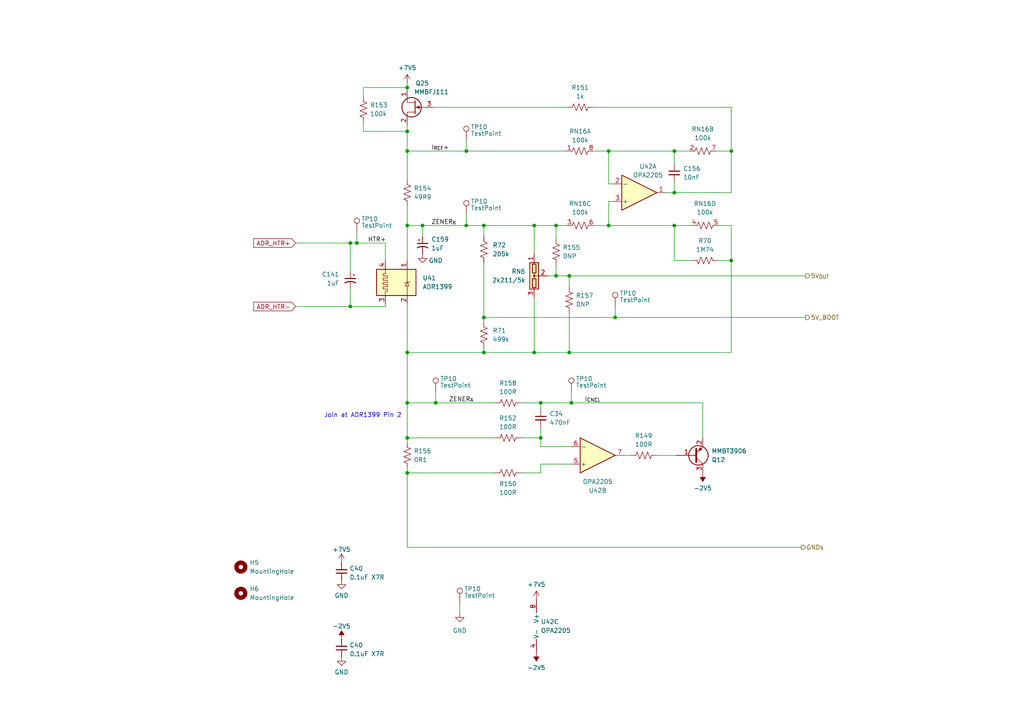
<source format=kicad_sch>
(kicad_sch (version 20230121) (generator eeschema)

  (uuid 1fd17531-0d28-4f5b-b553-30e4eb7c586f)

  (paper "A4")

  (lib_symbols
    (symbol "Amplifier_Operational:OPA2205" (pin_names (offset 0.127)) (in_bom yes) (on_board yes)
      (property "Reference" "U" (at 2.54 6.35 0)
        (effects (font (size 1.27 1.27)) (justify left))
      )
      (property "Value" "OPA2205" (at 2.54 3.81 0)
        (effects (font (size 1.27 1.27)) (justify left))
      )
      (property "Footprint" "Package_SO:MSOP-8_3x3mm_P0.65mm" (at 2.54 0 0)
        (effects (font (size 1.27 1.27)) hide)
      )
      (property "Datasheet" "https://www.ti.com/lit/ds/symlink/opa2205.pdf" (at 6.35 3.81 0)
        (effects (font (size 1.27 1.27)) hide)
      )
      (property "ki_locked" "" (at 0 0 0)
        (effects (font (size 1.27 1.27)))
      )
      (property "ki_keywords" "dual op amp opamp bipolar low power" (at 0 0 0)
        (effects (font (size 1.27 1.27)) hide)
      )
      (property "ki_description" "OPAx205 2-µV, 0.04-µV/°C, Low-Power, Super Beta, Bipolar, e-trim™ Op Amps" (at 0 0 0)
        (effects (font (size 1.27 1.27)) hide)
      )
      (property "ki_fp_filters" "SOIC*3.9x4.9mm*P1.27mm*" (at 0 0 0)
        (effects (font (size 1.27 1.27)) hide)
      )
      (symbol "OPA2205_1_1"
        (polyline
          (pts
            (xy 5.08 0)
            (xy -5.08 5.08)
            (xy -5.08 -5.08)
            (xy 5.08 0)
          )
          (stroke (width 0.254) (type default))
          (fill (type background))
        )
        (pin output line (at 7.62 0 180) (length 2.54)
          (name "~" (effects (font (size 1.27 1.27))))
          (number "1" (effects (font (size 1.27 1.27))))
        )
        (pin input line (at -7.62 -2.54 0) (length 2.54)
          (name "-" (effects (font (size 1.27 1.27))))
          (number "2" (effects (font (size 1.27 1.27))))
        )
        (pin input line (at -7.62 2.54 0) (length 2.54)
          (name "+" (effects (font (size 1.27 1.27))))
          (number "3" (effects (font (size 1.27 1.27))))
        )
      )
      (symbol "OPA2205_2_1"
        (polyline
          (pts
            (xy 5.08 0)
            (xy -5.08 5.08)
            (xy -5.08 -5.08)
            (xy 5.08 0)
          )
          (stroke (width 0.254) (type default))
          (fill (type background))
        )
        (pin input line (at -7.62 2.54 0) (length 2.54)
          (name "+" (effects (font (size 1.27 1.27))))
          (number "5" (effects (font (size 1.27 1.27))))
        )
        (pin input line (at -7.62 -2.54 0) (length 2.54)
          (name "-" (effects (font (size 1.27 1.27))))
          (number "6" (effects (font (size 1.27 1.27))))
        )
        (pin output line (at 7.62 0 180) (length 2.54)
          (name "~" (effects (font (size 1.27 1.27))))
          (number "7" (effects (font (size 1.27 1.27))))
        )
      )
      (symbol "OPA2205_3_1"
        (pin power_in line (at 0 -7.62 90) (length 3.81)
          (name "V-" (effects (font (size 1.27 1.27))))
          (number "4" (effects (font (size 1.27 1.27))))
        )
        (pin power_in line (at 0 7.62 270) (length 3.81)
          (name "V+" (effects (font (size 1.27 1.27))))
          (number "8" (effects (font (size 1.27 1.27))))
        )
      )
    )
    (symbol "Connector:TestPoint" (pin_numbers hide) (pin_names (offset 0.762) hide) (in_bom yes) (on_board yes)
      (property "Reference" "TP" (at 0 6.858 0)
        (effects (font (size 1.27 1.27)))
      )
      (property "Value" "TestPoint" (at 0 5.08 0)
        (effects (font (size 1.27 1.27)))
      )
      (property "Footprint" "" (at 5.08 0 0)
        (effects (font (size 1.27 1.27)) hide)
      )
      (property "Datasheet" "~" (at 5.08 0 0)
        (effects (font (size 1.27 1.27)) hide)
      )
      (property "ki_keywords" "test point tp" (at 0 0 0)
        (effects (font (size 1.27 1.27)) hide)
      )
      (property "ki_description" "test point" (at 0 0 0)
        (effects (font (size 1.27 1.27)) hide)
      )
      (property "ki_fp_filters" "Pin* Test*" (at 0 0 0)
        (effects (font (size 1.27 1.27)) hide)
      )
      (symbol "TestPoint_0_1"
        (circle (center 0 3.302) (radius 0.762)
          (stroke (width 0) (type default))
          (fill (type none))
        )
      )
      (symbol "TestPoint_1_1"
        (pin passive line (at 0 0 90) (length 2.54)
          (name "1" (effects (font (size 1.27 1.27))))
          (number "1" (effects (font (size 1.27 1.27))))
        )
      )
    )
    (symbol "Device:CP1_Small" (pin_numbers hide) (pin_names (offset 0.254) hide) (in_bom yes) (on_board yes)
      (property "Reference" "C" (at 0.254 1.778 0)
        (effects (font (size 1.27 1.27)) (justify left))
      )
      (property "Value" "CP1_Small" (at 0.254 -2.032 0)
        (effects (font (size 1.27 1.27)) (justify left))
      )
      (property "Footprint" "" (at 0 0 0)
        (effects (font (size 1.27 1.27)) hide)
      )
      (property "Datasheet" "~" (at 0 0 0)
        (effects (font (size 1.27 1.27)) hide)
      )
      (property "ki_keywords" "cap capacitor" (at 0 0 0)
        (effects (font (size 1.27 1.27)) hide)
      )
      (property "ki_description" "Polarized capacitor, small US symbol" (at 0 0 0)
        (effects (font (size 1.27 1.27)) hide)
      )
      (property "ki_fp_filters" "CP_*" (at 0 0 0)
        (effects (font (size 1.27 1.27)) hide)
      )
      (symbol "CP1_Small_0_1"
        (polyline
          (pts
            (xy -1.524 0.508)
            (xy 1.524 0.508)
          )
          (stroke (width 0.3048) (type default))
          (fill (type none))
        )
        (polyline
          (pts
            (xy -1.27 1.524)
            (xy -0.762 1.524)
          )
          (stroke (width 0) (type default))
          (fill (type none))
        )
        (polyline
          (pts
            (xy -1.016 1.27)
            (xy -1.016 1.778)
          )
          (stroke (width 0) (type default))
          (fill (type none))
        )
        (arc (start 1.524 -0.762) (mid 0 -0.3734) (end -1.524 -0.762)
          (stroke (width 0.3048) (type default))
          (fill (type none))
        )
      )
      (symbol "CP1_Small_1_1"
        (pin passive line (at 0 2.54 270) (length 2.032)
          (name "~" (effects (font (size 1.27 1.27))))
          (number "1" (effects (font (size 1.27 1.27))))
        )
        (pin passive line (at 0 -2.54 90) (length 2.032)
          (name "~" (effects (font (size 1.27 1.27))))
          (number "2" (effects (font (size 1.27 1.27))))
        )
      )
    )
    (symbol "Device:C_Small" (pin_numbers hide) (pin_names (offset 0.254) hide) (in_bom yes) (on_board yes)
      (property "Reference" "C" (at 0.254 1.778 0)
        (effects (font (size 1.27 1.27)) (justify left))
      )
      (property "Value" "C_Small" (at 0.254 -2.032 0)
        (effects (font (size 1.27 1.27)) (justify left))
      )
      (property "Footprint" "" (at 0 0 0)
        (effects (font (size 1.27 1.27)) hide)
      )
      (property "Datasheet" "~" (at 0 0 0)
        (effects (font (size 1.27 1.27)) hide)
      )
      (property "ki_keywords" "capacitor cap" (at 0 0 0)
        (effects (font (size 1.27 1.27)) hide)
      )
      (property "ki_description" "Unpolarized capacitor, small symbol" (at 0 0 0)
        (effects (font (size 1.27 1.27)) hide)
      )
      (property "ki_fp_filters" "C_*" (at 0 0 0)
        (effects (font (size 1.27 1.27)) hide)
      )
      (symbol "C_Small_0_1"
        (polyline
          (pts
            (xy -1.524 -0.508)
            (xy 1.524 -0.508)
          )
          (stroke (width 0.3302) (type default))
          (fill (type none))
        )
        (polyline
          (pts
            (xy -1.524 0.508)
            (xy 1.524 0.508)
          )
          (stroke (width 0.3048) (type default))
          (fill (type none))
        )
      )
      (symbol "C_Small_1_1"
        (pin passive line (at 0 2.54 270) (length 2.032)
          (name "~" (effects (font (size 1.27 1.27))))
          (number "1" (effects (font (size 1.27 1.27))))
        )
        (pin passive line (at 0 -2.54 90) (length 2.032)
          (name "~" (effects (font (size 1.27 1.27))))
          (number "2" (effects (font (size 1.27 1.27))))
        )
      )
    )
    (symbol "Device:R_US" (pin_numbers hide) (pin_names (offset 0)) (in_bom yes) (on_board yes)
      (property "Reference" "R" (at 2.54 0 90)
        (effects (font (size 1.27 1.27)))
      )
      (property "Value" "R_US" (at -2.54 0 90)
        (effects (font (size 1.27 1.27)))
      )
      (property "Footprint" "" (at 1.016 -0.254 90)
        (effects (font (size 1.27 1.27)) hide)
      )
      (property "Datasheet" "~" (at 0 0 0)
        (effects (font (size 1.27 1.27)) hide)
      )
      (property "ki_keywords" "R res resistor" (at 0 0 0)
        (effects (font (size 1.27 1.27)) hide)
      )
      (property "ki_description" "Resistor, US symbol" (at 0 0 0)
        (effects (font (size 1.27 1.27)) hide)
      )
      (property "ki_fp_filters" "R_*" (at 0 0 0)
        (effects (font (size 1.27 1.27)) hide)
      )
      (symbol "R_US_0_1"
        (polyline
          (pts
            (xy 0 -2.286)
            (xy 0 -2.54)
          )
          (stroke (width 0) (type default))
          (fill (type none))
        )
        (polyline
          (pts
            (xy 0 2.286)
            (xy 0 2.54)
          )
          (stroke (width 0) (type default))
          (fill (type none))
        )
        (polyline
          (pts
            (xy 0 -0.762)
            (xy 1.016 -1.143)
            (xy 0 -1.524)
            (xy -1.016 -1.905)
            (xy 0 -2.286)
          )
          (stroke (width 0) (type default))
          (fill (type none))
        )
        (polyline
          (pts
            (xy 0 0.762)
            (xy 1.016 0.381)
            (xy 0 0)
            (xy -1.016 -0.381)
            (xy 0 -0.762)
          )
          (stroke (width 0) (type default))
          (fill (type none))
        )
        (polyline
          (pts
            (xy 0 2.286)
            (xy 1.016 1.905)
            (xy 0 1.524)
            (xy -1.016 1.143)
            (xy 0 0.762)
          )
          (stroke (width 0) (type default))
          (fill (type none))
        )
      )
      (symbol "R_US_1_1"
        (pin passive line (at 0 3.81 270) (length 1.27)
          (name "~" (effects (font (size 1.27 1.27))))
          (number "1" (effects (font (size 1.27 1.27))))
        )
        (pin passive line (at 0 -3.81 90) (length 1.27)
          (name "~" (effects (font (size 1.27 1.27))))
          (number "2" (effects (font (size 1.27 1.27))))
        )
      )
    )
    (symbol "Device:R_array_US_4parallel" (pin_names (offset 0)) (in_bom yes) (on_board yes)
      (property "Reference" "RN" (at 2.54 0 90)
        (effects (font (size 1.27 1.27)))
      )
      (property "Value" "R_array_US_4parallel" (at -2.54 0 90)
        (effects (font (size 1.27 1.27)))
      )
      (property "Footprint" "" (at 1.016 -0.254 90)
        (effects (font (size 1.27 1.27)) hide)
      )
      (property "Datasheet" "~" (at 0 0 0)
        (effects (font (size 1.27 1.27)) hide)
      )
      (property "ki_locked" "" (at 0 0 0)
        (effects (font (size 1.27 1.27)))
      )
      (property "ki_keywords" "R res resistor" (at 0 0 0)
        (effects (font (size 1.27 1.27)) hide)
      )
      (property "ki_description" "Resistor, US symbol" (at 0 0 0)
        (effects (font (size 1.27 1.27)) hide)
      )
      (property "ki_fp_filters" "R_*" (at 0 0 0)
        (effects (font (size 1.27 1.27)) hide)
      )
      (symbol "R_array_US_4parallel_0_1"
        (polyline
          (pts
            (xy 0 -2.286)
            (xy 0 -2.54)
          )
          (stroke (width 0) (type default))
          (fill (type none))
        )
        (polyline
          (pts
            (xy 0 2.286)
            (xy 0 2.54)
          )
          (stroke (width 0) (type default))
          (fill (type none))
        )
        (polyline
          (pts
            (xy 0 -0.762)
            (xy 1.016 -1.143)
            (xy 0 -1.524)
            (xy -1.016 -1.905)
            (xy 0 -2.286)
          )
          (stroke (width 0) (type default))
          (fill (type none))
        )
        (polyline
          (pts
            (xy 0 0.762)
            (xy 1.016 0.381)
            (xy 0 0)
            (xy -1.016 -0.381)
            (xy 0 -0.762)
          )
          (stroke (width 0) (type default))
          (fill (type none))
        )
        (polyline
          (pts
            (xy 0 2.286)
            (xy 1.016 1.905)
            (xy 0 1.524)
            (xy -1.016 1.143)
            (xy 0 0.762)
          )
          (stroke (width 0) (type default))
          (fill (type none))
        )
      )
      (symbol "R_array_US_4parallel_1_1"
        (pin passive line (at 0 3.81 270) (length 1.27)
          (name "~" (effects (font (size 1.27 1.27))))
          (number "1" (effects (font (size 1.27 1.27))))
        )
        (pin passive line (at 0 -3.81 90) (length 1.27)
          (name "~" (effects (font (size 1.27 1.27))))
          (number "8" (effects (font (size 1.27 1.27))))
        )
      )
      (symbol "R_array_US_4parallel_2_1"
        (pin passive line (at 0 3.81 270) (length 1.27)
          (name "~" (effects (font (size 1.27 1.27))))
          (number "2" (effects (font (size 1.27 1.27))))
        )
        (pin passive line (at 0 -3.81 90) (length 1.27)
          (name "~" (effects (font (size 1.27 1.27))))
          (number "7" (effects (font (size 1.27 1.27))))
        )
      )
      (symbol "R_array_US_4parallel_3_1"
        (pin passive line (at 0 3.81 270) (length 1.27)
          (name "~" (effects (font (size 1.27 1.27))))
          (number "3" (effects (font (size 1.27 1.27))))
        )
        (pin passive line (at 0 -3.81 90) (length 1.27)
          (name "~" (effects (font (size 1.27 1.27))))
          (number "6" (effects (font (size 1.27 1.27))))
        )
      )
      (symbol "R_array_US_4parallel_4_1"
        (pin passive line (at 0 3.81 270) (length 1.27)
          (name "~" (effects (font (size 1.27 1.27))))
          (number "4" (effects (font (size 1.27 1.27))))
        )
        (pin passive line (at 0 -3.81 90) (length 1.27)
          (name "~" (effects (font (size 1.27 1.27))))
          (number "5" (effects (font (size 1.27 1.27))))
        )
      )
    )
    (symbol "Device:Voltage_Divider" (pin_names (offset 0) hide) (in_bom yes) (on_board yes)
      (property "Reference" "RN" (at -4.445 0 90)
        (effects (font (size 1.27 1.27)))
      )
      (property "Value" "Voltage_Divider" (at -2.54 0 90)
        (effects (font (size 1.27 1.27)))
      )
      (property "Footprint" "" (at 12.065 0 90)
        (effects (font (size 1.27 1.27)) hide)
      )
      (property "Datasheet" "~" (at 5.08 0 0)
        (effects (font (size 1.27 1.27)) hide)
      )
      (property "ki_keywords" "R network voltage divider" (at 0 0 0)
        (effects (font (size 1.27 1.27)) hide)
      )
      (property "ki_description" "Voltage divider" (at 0 0 0)
        (effects (font (size 1.27 1.27)) hide)
      )
      (property "ki_fp_filters" "R?Array?SIP* SOT?23" (at 0 0 0)
        (effects (font (size 1.27 1.27)) hide)
      )
      (symbol "Voltage_Divider_0_1"
        (rectangle (start -1.27 -3.81) (end 1.27 3.81)
          (stroke (width 0.254) (type default))
          (fill (type background))
        )
        (rectangle (start -0.508 -3.3782) (end 0.508 -0.8382)
          (stroke (width 0.254) (type default))
          (fill (type none))
        )
        (rectangle (start -0.508 3.3782) (end 0.508 0.8382)
          (stroke (width 0.254) (type default))
          (fill (type none))
        )
        (polyline
          (pts
            (xy 0 -5.08)
            (xy 0 -3.429)
          )
          (stroke (width 0) (type default))
          (fill (type none))
        )
        (polyline
          (pts
            (xy 0 0.889)
            (xy 0 -0.889)
          )
          (stroke (width 0) (type default))
          (fill (type none))
        )
        (polyline
          (pts
            (xy 0 5.08)
            (xy 0 3.3782)
          )
          (stroke (width 0) (type default))
          (fill (type none))
        )
        (polyline
          (pts
            (xy 1.27 0)
            (xy 0 0)
          )
          (stroke (width 0) (type default))
          (fill (type none))
        )
        (circle (center 0 0.0254) (radius 0.254)
          (stroke (width 0) (type default))
          (fill (type outline))
        )
      )
      (symbol "Voltage_Divider_1_1"
        (pin passive line (at 0 6.35 270) (length 2.54)
          (name "~" (effects (font (size 1.27 1.27))))
          (number "1" (effects (font (size 1.27 1.27))))
        )
        (pin passive line (at 3.81 0 180) (length 2.54)
          (name "~" (effects (font (size 1.27 1.27))))
          (number "2" (effects (font (size 1.27 1.27))))
        )
        (pin passive line (at 0 -6.35 90) (length 2.54)
          (name "~" (effects (font (size 1.27 1.27))))
          (number "3" (effects (font (size 1.27 1.27))))
        )
      )
    )
    (symbol "Mechanical:MountingHole" (pin_names (offset 1.016)) (in_bom yes) (on_board yes)
      (property "Reference" "H" (at 0 5.08 0)
        (effects (font (size 1.27 1.27)))
      )
      (property "Value" "MountingHole" (at 0 3.175 0)
        (effects (font (size 1.27 1.27)))
      )
      (property "Footprint" "" (at 0 0 0)
        (effects (font (size 1.27 1.27)) hide)
      )
      (property "Datasheet" "~" (at 0 0 0)
        (effects (font (size 1.27 1.27)) hide)
      )
      (property "ki_keywords" "mounting hole" (at 0 0 0)
        (effects (font (size 1.27 1.27)) hide)
      )
      (property "ki_description" "Mounting Hole without connection" (at 0 0 0)
        (effects (font (size 1.27 1.27)) hide)
      )
      (property "ki_fp_filters" "MountingHole*" (at 0 0 0)
        (effects (font (size 1.27 1.27)) hide)
      )
      (symbol "MountingHole_0_1"
        (circle (center 0 0) (radius 1.27)
          (stroke (width 1.27) (type default))
          (fill (type none))
        )
      )
    )
    (symbol "Reference_Voltage:ADR1399KHZ" (in_bom yes) (on_board yes)
      (property "Reference" "U" (at 8.89 3.81 0)
        (effects (font (size 1.27 1.27)))
      )
      (property "Value" "ADR1399" (at 12.7 1.27 0)
        (effects (font (size 1.27 1.27)))
      )
      (property "Footprint" "Package_TO_SOT_THT:TO-46-4_Window" (at 0 1.27 0)
        (effects (font (size 1.27 1.27)) hide)
      )
      (property "Datasheet" "https://www.analog.com/media/en/technical-documentation/data-sheets/adr1399.pdf" (at 0 1.27 0)
        (effects (font (size 1.27 1.27)) hide)
      )
      (property "ki_description" "Oven-Compensated, Buried Zener, 7.05 V Voltage Reference" (at 0 0 0)
        (effects (font (size 1.27 1.27)) hide)
      )
      (symbol "ADR1399KHZ_0_1"
        (polyline
          (pts
            (xy 0 0)
            (xy 0 -1.27)
          )
          (stroke (width 0) (type default))
          (fill (type none))
        )
        (polyline
          (pts
            (xy 5.842 -3.81)
            (xy 5.588 -4.064)
          )
          (stroke (width 0) (type default))
          (fill (type none))
        )
        (polyline
          (pts
            (xy 5.842 -3.81)
            (xy 6.858 -3.81)
          )
          (stroke (width 0) (type default))
          (fill (type none))
        )
        (polyline
          (pts
            (xy 6.35 -4.826)
            (xy 6.35 -7.62)
          )
          (stroke (width 0) (type default))
          (fill (type none))
        )
        (polyline
          (pts
            (xy 6.35 0)
            (xy 6.35 -3.81)
          )
          (stroke (width 0) (type default))
          (fill (type none))
        )
        (polyline
          (pts
            (xy 6.858 -3.81)
            (xy 7.112 -3.556)
          )
          (stroke (width 0) (type default))
          (fill (type none))
        )
        (polyline
          (pts
            (xy 6.35 -3.81)
            (xy 5.842 -4.826)
            (xy 6.858 -4.826)
            (xy 6.35 -3.81)
          )
          (stroke (width 0) (type default))
          (fill (type none))
        )
        (polyline
          (pts
            (xy -0.635 -5.08)
            (xy -0.635 -5.715)
            (xy 0.635 -5.715)
            (xy 0.635 -6.35)
            (xy 0 -6.35)
            (xy 0 -7.62)
          )
          (stroke (width 0) (type default))
          (fill (type none))
        )
        (polyline
          (pts
            (xy 0 -1.27)
            (xy -0.635 -1.27)
            (xy -0.635 -1.905)
            (xy 0.635 -1.905)
            (xy 0.635 -2.54)
            (xy -0.635 -2.54)
            (xy -0.635 -3.175)
            (xy 0.635 -3.175)
            (xy 0.635 -3.81)
            (xy -0.635 -3.81)
            (xy -0.635 -4.445)
            (xy 0.635 -4.445)
            (xy 0.635 -5.08)
            (xy 0 -5.08)
            (xy -0.635 -5.08)
          )
          (stroke (width 0) (type default))
          (fill (type none))
        )
      )
      (symbol "ADR1399KHZ_1_1"
        (rectangle (start -2.54 0) (end 8.89 -7.62)
          (stroke (width 0.25) (type default))
          (fill (type background))
        )
        (pin passive line (at 6.35 2.54 270) (length 2.54)
          (name "" (effects (font (size 1.27 1.27))))
          (number "1" (effects (font (size 1.27 1.27))))
        )
        (pin passive line (at 6.35 -10.16 90) (length 2.54)
          (name "" (effects (font (size 1.27 1.27))))
          (number "2" (effects (font (size 1.27 1.27))))
        )
        (pin passive line (at 0 -10.16 90) (length 2.54)
          (name "" (effects (font (size 1.27 1.27))))
          (number "3" (effects (font (size 1.27 1.27))))
        )
        (pin passive line (at 0 2.54 270) (length 2.54)
          (name "" (effects (font (size 1.27 1.27))))
          (number "4" (effects (font (size 1.27 1.27))))
        )
      )
    )
    (symbol "Transistor_BJT:MMBT3906" (pin_names (offset 0) hide) (in_bom yes) (on_board yes)
      (property "Reference" "Q" (at 5.08 1.905 0)
        (effects (font (size 1.27 1.27)) (justify left))
      )
      (property "Value" "MMBT3906" (at 5.08 0 0)
        (effects (font (size 1.27 1.27)) (justify left))
      )
      (property "Footprint" "Package_TO_SOT_SMD:SOT-23" (at 5.08 -1.905 0)
        (effects (font (size 1.27 1.27) italic) (justify left) hide)
      )
      (property "Datasheet" "https://www.onsemi.com/pub/Collateral/2N3906-D.PDF" (at 0 0 0)
        (effects (font (size 1.27 1.27)) (justify left) hide)
      )
      (property "ki_keywords" "PNP Transistor" (at 0 0 0)
        (effects (font (size 1.27 1.27)) hide)
      )
      (property "ki_description" "-0.2A Ic, -40V Vce, Small Signal PNP Transistor, SOT-23" (at 0 0 0)
        (effects (font (size 1.27 1.27)) hide)
      )
      (property "ki_fp_filters" "SOT?23*" (at 0 0 0)
        (effects (font (size 1.27 1.27)) hide)
      )
      (symbol "MMBT3906_0_1"
        (polyline
          (pts
            (xy 0.635 0.635)
            (xy 2.54 2.54)
          )
          (stroke (width 0) (type default))
          (fill (type none))
        )
        (polyline
          (pts
            (xy 0.635 -0.635)
            (xy 2.54 -2.54)
            (xy 2.54 -2.54)
          )
          (stroke (width 0) (type default))
          (fill (type none))
        )
        (polyline
          (pts
            (xy 0.635 1.905)
            (xy 0.635 -1.905)
            (xy 0.635 -1.905)
          )
          (stroke (width 0.508) (type default))
          (fill (type none))
        )
        (polyline
          (pts
            (xy 2.286 -1.778)
            (xy 1.778 -2.286)
            (xy 1.27 -1.27)
            (xy 2.286 -1.778)
            (xy 2.286 -1.778)
          )
          (stroke (width 0) (type default))
          (fill (type outline))
        )
        (circle (center 1.27 0) (radius 2.8194)
          (stroke (width 0.254) (type default))
          (fill (type none))
        )
      )
      (symbol "MMBT3906_1_1"
        (pin input line (at -5.08 0 0) (length 5.715)
          (name "B" (effects (font (size 1.27 1.27))))
          (number "1" (effects (font (size 1.27 1.27))))
        )
        (pin passive line (at 2.54 -5.08 90) (length 2.54)
          (name "E" (effects (font (size 1.27 1.27))))
          (number "2" (effects (font (size 1.27 1.27))))
        )
        (pin passive line (at 2.54 5.08 270) (length 2.54)
          (name "C" (effects (font (size 1.27 1.27))))
          (number "3" (effects (font (size 1.27 1.27))))
        )
      )
    )
    (symbol "Transistor_FET:MMBFJ111" (pin_names hide) (in_bom yes) (on_board yes)
      (property "Reference" "Q" (at 5.08 1.905 0)
        (effects (font (size 1.27 1.27)) (justify left))
      )
      (property "Value" "MMBFJ111" (at 5.08 0 0)
        (effects (font (size 1.27 1.27)) (justify left))
      )
      (property "Footprint" "Package_TO_SOT_SMD:SOT-23" (at 5.08 -1.905 0)
        (effects (font (size 1.27 1.27) italic) (justify left) hide)
      )
      (property "Datasheet" "https://www.onsemi.com/pub/Collateral/MMBFJ113-D.PDF" (at 0 0 0)
        (effects (font (size 1.27 1.27)) (justify left) hide)
      )
      (property "ki_keywords" "N-Channel FET Transistor" (at 0 0 0)
        (effects (font (size 1.27 1.27)) hide)
      )
      (property "ki_description" "20mA min, 35V, 30mOhm max, 3-10V Vgs(off), N-Channel JFET, SOT-23" (at 0 0 0)
        (effects (font (size 1.27 1.27)) hide)
      )
      (property "ki_fp_filters" "SOT?23*" (at 0 0 0)
        (effects (font (size 1.27 1.27)) hide)
      )
      (symbol "MMBFJ111_0_1"
        (polyline
          (pts
            (xy 0.254 0)
            (xy -2.54 0)
          )
          (stroke (width 0) (type default))
          (fill (type none))
        )
        (polyline
          (pts
            (xy 0.254 1.905)
            (xy 0.254 -1.905)
          )
          (stroke (width 0.254) (type default))
          (fill (type none))
        )
        (polyline
          (pts
            (xy 2.54 -2.54)
            (xy 2.54 -1.397)
            (xy 0.254 -1.397)
          )
          (stroke (width 0) (type default))
          (fill (type none))
        )
        (polyline
          (pts
            (xy 2.54 2.54)
            (xy 2.54 1.397)
            (xy 0.254 1.397)
          )
          (stroke (width 0) (type default))
          (fill (type none))
        )
        (polyline
          (pts
            (xy 0 0)
            (xy -1.016 0.381)
            (xy -1.016 -0.381)
            (xy 0 0)
          )
          (stroke (width 0) (type default))
          (fill (type outline))
        )
        (circle (center 1.27 0) (radius 2.8194)
          (stroke (width 0.254) (type default))
          (fill (type none))
        )
      )
      (symbol "MMBFJ111_1_1"
        (pin passive line (at 2.54 5.08 270) (length 2.54)
          (name "D" (effects (font (size 1.27 1.27))))
          (number "1" (effects (font (size 1.27 1.27))))
        )
        (pin passive line (at 2.54 -5.08 90) (length 2.54)
          (name "S" (effects (font (size 1.27 1.27))))
          (number "2" (effects (font (size 1.27 1.27))))
        )
        (pin input line (at -5.08 0 0) (length 2.54)
          (name "G" (effects (font (size 1.27 1.27))))
          (number "3" (effects (font (size 1.27 1.27))))
        )
      )
    )
    (symbol "power:+7V5" (power) (pin_names (offset 0)) (in_bom yes) (on_board yes)
      (property "Reference" "#PWR" (at 0 -3.81 0)
        (effects (font (size 1.27 1.27)) hide)
      )
      (property "Value" "+7V5" (at 0 3.556 0)
        (effects (font (size 1.27 1.27)))
      )
      (property "Footprint" "" (at 0 0 0)
        (effects (font (size 1.27 1.27)) hide)
      )
      (property "Datasheet" "" (at 0 0 0)
        (effects (font (size 1.27 1.27)) hide)
      )
      (property "ki_keywords" "power-flag" (at 0 0 0)
        (effects (font (size 1.27 1.27)) hide)
      )
      (property "ki_description" "Power symbol creates a global label with name \"+7V5\"" (at 0 0 0)
        (effects (font (size 1.27 1.27)) hide)
      )
      (symbol "+7V5_0_1"
        (polyline
          (pts
            (xy -0.762 1.27)
            (xy 0 2.54)
          )
          (stroke (width 0) (type default))
          (fill (type none))
        )
        (polyline
          (pts
            (xy 0 0)
            (xy 0 2.54)
          )
          (stroke (width 0) (type default))
          (fill (type none))
        )
        (polyline
          (pts
            (xy 0 2.54)
            (xy 0.762 1.27)
          )
          (stroke (width 0) (type default))
          (fill (type none))
        )
      )
      (symbol "+7V5_1_1"
        (pin power_in line (at 0 0 90) (length 0) hide
          (name "+7V5" (effects (font (size 1.27 1.27))))
          (number "1" (effects (font (size 1.27 1.27))))
        )
      )
    )
    (symbol "power:-2V5" (power) (pin_names (offset 0)) (in_bom yes) (on_board yes)
      (property "Reference" "#PWR" (at 0 2.54 0)
        (effects (font (size 1.27 1.27)) hide)
      )
      (property "Value" "-2V5" (at 0 3.81 0)
        (effects (font (size 1.27 1.27)))
      )
      (property "Footprint" "" (at 0 0 0)
        (effects (font (size 1.27 1.27)) hide)
      )
      (property "Datasheet" "" (at 0 0 0)
        (effects (font (size 1.27 1.27)) hide)
      )
      (property "ki_keywords" "power-flag" (at 0 0 0)
        (effects (font (size 1.27 1.27)) hide)
      )
      (property "ki_description" "Power symbol creates a global label with name \"-2V5\"" (at 0 0 0)
        (effects (font (size 1.27 1.27)) hide)
      )
      (symbol "-2V5_0_0"
        (pin power_in line (at 0 0 90) (length 0) hide
          (name "-2V5" (effects (font (size 1.27 1.27))))
          (number "1" (effects (font (size 1.27 1.27))))
        )
      )
      (symbol "-2V5_0_1"
        (polyline
          (pts
            (xy 0 0)
            (xy 0 1.27)
            (xy 0.762 1.27)
            (xy 0 2.54)
            (xy -0.762 1.27)
            (xy 0 1.27)
          )
          (stroke (width 0) (type default))
          (fill (type outline))
        )
      )
    )
    (symbol "power:GND" (power) (pin_names (offset 0)) (in_bom yes) (on_board yes)
      (property "Reference" "#PWR" (at 0 -6.35 0)
        (effects (font (size 1.27 1.27)) hide)
      )
      (property "Value" "GND" (at 0 -3.81 0)
        (effects (font (size 1.27 1.27)))
      )
      (property "Footprint" "" (at 0 0 0)
        (effects (font (size 1.27 1.27)) hide)
      )
      (property "Datasheet" "" (at 0 0 0)
        (effects (font (size 1.27 1.27)) hide)
      )
      (property "ki_keywords" "power-flag" (at 0 0 0)
        (effects (font (size 1.27 1.27)) hide)
      )
      (property "ki_description" "Power symbol creates a global label with name \"GND\" , ground" (at 0 0 0)
        (effects (font (size 1.27 1.27)) hide)
      )
      (symbol "GND_0_1"
        (polyline
          (pts
            (xy 0 0)
            (xy 0 -1.27)
            (xy 1.27 -1.27)
            (xy 0 -2.54)
            (xy -1.27 -1.27)
            (xy 0 -1.27)
          )
          (stroke (width 0) (type default))
          (fill (type none))
        )
      )
      (symbol "GND_1_1"
        (pin power_in line (at 0 0 270) (length 0) hide
          (name "GND" (effects (font (size 1.27 1.27))))
          (number "1" (effects (font (size 1.27 1.27))))
        )
      )
    )
  )

  (junction (at 126.365 116.84) (diameter 0) (color 0 0 0 0)
    (uuid 05d100be-c0d7-4162-b885-4e0b9b235696)
  )
  (junction (at 178.435 92.075) (diameter 0) (color 0 0 0 0)
    (uuid 16a5479d-e2a0-4f94-8789-180fbf58d0ce)
  )
  (junction (at 101.6 88.9) (diameter 0) (color 0 0 0 0)
    (uuid 1905efb3-d5eb-4dae-8bc9-b79223332120)
  )
  (junction (at 135.255 65.405) (diameter 0) (color 0 0 0 0)
    (uuid 1eaf0ac9-82a1-4170-90c1-2ae662e902fc)
  )
  (junction (at 156.845 127) (diameter 0) (color 0 0 0 0)
    (uuid 1f02a477-5e0a-461d-8983-b82f89b64dae)
  )
  (junction (at 140.335 65.405) (diameter 0) (color 0 0 0 0)
    (uuid 213a67a8-a0c1-4065-9df7-e064646b2519)
  )
  (junction (at 165.1 102.235) (diameter 0) (color 0 0 0 0)
    (uuid 229c8821-fff4-4f46-95ac-c20a8b49c8b1)
  )
  (junction (at 195.58 55.88) (diameter 0) (color 0 0 0 0)
    (uuid 348080ad-f94f-40ff-843a-a0b12c3eded1)
  )
  (junction (at 118.11 127) (diameter 0) (color 0 0 0 0)
    (uuid 41a55799-9248-481f-8324-96544daeae18)
  )
  (junction (at 165.735 116.84) (diameter 0) (color 0 0 0 0)
    (uuid 445e1982-08a5-4110-b45c-86084f844ef8)
  )
  (junction (at 118.11 65.405) (diameter 0) (color 0 0 0 0)
    (uuid 4547c022-cf09-4391-831b-871e7e2fcd7a)
  )
  (junction (at 140.335 102.235) (diameter 0) (color 0 0 0 0)
    (uuid 56dc1963-bb1e-4320-933e-06e3764078e8)
  )
  (junction (at 154.94 65.405) (diameter 0) (color 0 0 0 0)
    (uuid 59cfebe8-3032-48b7-984f-4c7c8f1c47bc)
  )
  (junction (at 118.11 102.235) (diameter 0) (color 0 0 0 0)
    (uuid 5bc76daa-a1d1-4d05-889b-d58d4d05ced4)
  )
  (junction (at 118.11 137.16) (diameter 0) (color 0 0 0 0)
    (uuid 64f1d92d-8efe-4c3a-be29-2af8f7fcbdc6)
  )
  (junction (at 118.11 43.815) (diameter 0) (color 0 0 0 0)
    (uuid 68ecb23c-2bb5-44b7-9cda-fa2e9ed51d5d)
  )
  (junction (at 122.555 65.405) (diameter 0) (color 0 0 0 0)
    (uuid 695c481a-b913-42ef-ba6e-b9469ffa9b88)
  )
  (junction (at 161.29 65.405) (diameter 0) (color 0 0 0 0)
    (uuid 703a6601-0412-4b0f-a7a7-a82e77ad5b11)
  )
  (junction (at 176.53 43.815) (diameter 0) (color 0 0 0 0)
    (uuid 73f8a6b2-3f0d-4c67-91e9-aa3d0fd8b7b4)
  )
  (junction (at 103.505 70.485) (diameter 0) (color 0 0 0 0)
    (uuid 8af23d07-02b3-4da7-b224-f2a1da8115a8)
  )
  (junction (at 161.29 80.01) (diameter 0) (color 0 0 0 0)
    (uuid 8ca021ce-740d-463a-a3e9-f8c0a6e55ee1)
  )
  (junction (at 118.11 38.1) (diameter 0) (color 0 0 0 0)
    (uuid 90a85f61-10db-491e-b138-6d1819957eb1)
  )
  (junction (at 135.255 43.815) (diameter 0) (color 0 0 0 0)
    (uuid 9b1dd3e1-1fac-41a3-a04e-0ab5114ba877)
  )
  (junction (at 118.11 116.84) (diameter 0) (color 0 0 0 0)
    (uuid 9c262426-0a8a-4f6a-8fed-acc2dc0ca952)
  )
  (junction (at 176.53 65.405) (diameter 0) (color 0 0 0 0)
    (uuid a2c161aa-c095-4956-a42b-34cd7bdc253c)
  )
  (junction (at 140.335 92.075) (diameter 0) (color 0 0 0 0)
    (uuid ad2e3610-a076-4ba7-b3bb-f13ae6a166cf)
  )
  (junction (at 154.94 102.235) (diameter 0) (color 0 0 0 0)
    (uuid adfd8ab1-acef-469a-b0b4-4d32730d8841)
  )
  (junction (at 165.1 80.01) (diameter 0) (color 0 0 0 0)
    (uuid ae8638e3-a0fb-40a5-8e78-94d1cac7a53d)
  )
  (junction (at 156.845 116.84) (diameter 0) (color 0 0 0 0)
    (uuid aef55946-b68b-4bbf-a5f9-13d3dc06822d)
  )
  (junction (at 118.11 25.4) (diameter 0) (color 0 0 0 0)
    (uuid b21c522a-063d-4761-8e08-c05fa091fc16)
  )
  (junction (at 195.58 65.405) (diameter 0) (color 0 0 0 0)
    (uuid b5eb666a-46e4-4859-b50a-0307ac8c9700)
  )
  (junction (at 212.09 43.815) (diameter 0) (color 0 0 0 0)
    (uuid ba41324f-ae5c-40d6-a0d1-6374facdf7ab)
  )
  (junction (at 101.6 70.485) (diameter 0) (color 0 0 0 0)
    (uuid c083020f-e593-4cd4-8e6b-6e4298796782)
  )
  (junction (at 212.09 75.565) (diameter 0) (color 0 0 0 0)
    (uuid ce826743-7b0e-4d0e-8686-14c8e7e73564)
  )
  (junction (at 195.58 43.815) (diameter 0) (color 0 0 0 0)
    (uuid ef97e145-634a-46a2-a4d7-05114e63b562)
  )

  (wire (pts (xy 172.085 65.405) (xy 176.53 65.405))
    (stroke (width 0) (type default))
    (uuid 02acd7cc-b825-4677-87ba-8a53ec5e466a)
  )
  (wire (pts (xy 118.11 38.1) (xy 118.11 36.195))
    (stroke (width 0) (type default))
    (uuid 043417a6-f156-443e-a57b-b4d127c14a63)
  )
  (wire (pts (xy 156.845 134.62) (xy 156.845 137.16))
    (stroke (width 0) (type default))
    (uuid 0c3d1561-46f9-4f3b-bdcb-a9fe99d4c0e4)
  )
  (wire (pts (xy 140.335 102.235) (xy 154.94 102.235))
    (stroke (width 0) (type default))
    (uuid 0cc18a94-df7f-4781-879d-56d1c41a939e)
  )
  (wire (pts (xy 118.11 127) (xy 143.51 127))
    (stroke (width 0) (type default))
    (uuid 0e8ce042-9215-485c-a91c-982f511c41f1)
  )
  (wire (pts (xy 135.255 65.405) (xy 140.335 65.405))
    (stroke (width 0) (type default))
    (uuid 14ef9aff-3ea0-4d9a-b083-bc700dfb1e53)
  )
  (wire (pts (xy 156.845 116.84) (xy 156.845 118.745))
    (stroke (width 0) (type default))
    (uuid 167662e0-8f9c-434e-955c-983be23add00)
  )
  (wire (pts (xy 111.76 88.9) (xy 111.76 88.265))
    (stroke (width 0) (type default))
    (uuid 16b29668-5eca-4b3b-969f-9544323f6dba)
  )
  (wire (pts (xy 165.735 113.665) (xy 165.735 116.84))
    (stroke (width 0) (type default))
    (uuid 1b875c37-1ccf-4fff-936c-7e2b115e3a84)
  )
  (wire (pts (xy 161.29 76.835) (xy 161.29 80.01))
    (stroke (width 0) (type default))
    (uuid 1dc06527-2cc4-493e-8204-59d7360363b7)
  )
  (wire (pts (xy 178.435 88.9) (xy 178.435 92.075))
    (stroke (width 0) (type default))
    (uuid 1ddc4972-ff8b-4719-b3c6-bc288d78152e)
  )
  (wire (pts (xy 212.09 43.815) (xy 212.09 55.88))
    (stroke (width 0) (type default))
    (uuid 2054d9b9-e2b1-4ee2-8f6a-85a9eb697b12)
  )
  (wire (pts (xy 118.11 38.1) (xy 118.11 43.815))
    (stroke (width 0) (type default))
    (uuid 20c40ac9-240a-44c6-ad73-241a30bf6712)
  )
  (wire (pts (xy 212.09 75.565) (xy 208.28 75.565))
    (stroke (width 0) (type default))
    (uuid 27b94c10-c05b-44dd-a222-7d79ed815c83)
  )
  (wire (pts (xy 212.09 75.565) (xy 212.09 102.235))
    (stroke (width 0) (type default))
    (uuid 340b98e7-df43-44c7-920a-a9e0eea50900)
  )
  (wire (pts (xy 118.11 158.75) (xy 232.41 158.75))
    (stroke (width 0) (type default))
    (uuid 342a420a-68e7-4e29-8169-2b1d367bb3e7)
  )
  (wire (pts (xy 154.94 65.405) (xy 161.29 65.405))
    (stroke (width 0) (type default))
    (uuid 352a8e79-2234-4bd4-aa0e-ffa6d9621fc2)
  )
  (wire (pts (xy 105.41 25.4) (xy 105.41 27.94))
    (stroke (width 0) (type default))
    (uuid 3780dbd4-a536-447d-aff4-10549fddf72c)
  )
  (wire (pts (xy 118.11 116.84) (xy 118.11 127))
    (stroke (width 0) (type default))
    (uuid 3afd4c88-44a3-44a6-921b-af00e4661990)
  )
  (wire (pts (xy 126.365 116.84) (xy 143.51 116.84))
    (stroke (width 0) (type default))
    (uuid 43b7cfa4-b712-4b67-8d44-52f771868249)
  )
  (wire (pts (xy 140.335 92.075) (xy 140.335 93.345))
    (stroke (width 0) (type default))
    (uuid 43f32bda-55bc-4788-b5f8-ac6a9ef32bb3)
  )
  (wire (pts (xy 156.845 129.54) (xy 165.735 129.54))
    (stroke (width 0) (type default))
    (uuid 45ed3e53-337d-46c3-bd0f-3768744fc658)
  )
  (wire (pts (xy 122.555 65.405) (xy 135.255 65.405))
    (stroke (width 0) (type default))
    (uuid 471af965-372a-4cdf-a06a-ec1be4b1955e)
  )
  (wire (pts (xy 176.53 43.815) (xy 195.58 43.815))
    (stroke (width 0) (type default))
    (uuid 47328bf0-0c26-4ca6-aed0-16bed419b1ac)
  )
  (wire (pts (xy 118.11 25.4) (xy 118.11 26.035))
    (stroke (width 0) (type default))
    (uuid 47d0d989-3d82-4c60-a7b2-c7e74c007d0c)
  )
  (wire (pts (xy 212.09 55.88) (xy 195.58 55.88))
    (stroke (width 0) (type default))
    (uuid 4826b3c8-2df2-44cd-9cc4-0081bca2b9c7)
  )
  (wire (pts (xy 195.58 43.815) (xy 200.025 43.815))
    (stroke (width 0) (type default))
    (uuid 4ceb8edf-9ec8-47f8-8355-ba680bf7a822)
  )
  (wire (pts (xy 177.8 58.42) (xy 176.53 58.42))
    (stroke (width 0) (type default))
    (uuid 4fbdc536-acac-45c1-8812-6cce2800a6f3)
  )
  (wire (pts (xy 103.505 67.31) (xy 103.505 70.485))
    (stroke (width 0) (type default))
    (uuid 50b64ca0-b749-4126-acf5-6a16f21b7382)
  )
  (wire (pts (xy 156.845 127) (xy 156.845 129.54))
    (stroke (width 0) (type default))
    (uuid 51c32a70-c357-4182-be4b-b1b6aa5556e0)
  )
  (wire (pts (xy 118.11 25.4) (xy 105.41 25.4))
    (stroke (width 0) (type default))
    (uuid 5713e937-ffbd-4ad3-a658-aa80d6b5ca43)
  )
  (wire (pts (xy 156.845 137.16) (xy 151.13 137.16))
    (stroke (width 0) (type default))
    (uuid 5846df39-df54-4598-9db0-b444fd34b073)
  )
  (wire (pts (xy 105.41 38.1) (xy 118.11 38.1))
    (stroke (width 0) (type default))
    (uuid 5a9004de-a779-4576-863e-80fe2d5d9896)
  )
  (wire (pts (xy 165.1 90.805) (xy 165.1 102.235))
    (stroke (width 0) (type default))
    (uuid 5e9953ce-5ad5-48c2-98da-9ae92095a970)
  )
  (wire (pts (xy 165.735 134.62) (xy 156.845 134.62))
    (stroke (width 0) (type default))
    (uuid 5f10bda5-7c20-4d5e-95a6-9ebebc06cd39)
  )
  (wire (pts (xy 165.1 102.235) (xy 212.09 102.235))
    (stroke (width 0) (type default))
    (uuid 617599fd-4367-4f1c-85c2-f13a96cd811f)
  )
  (wire (pts (xy 161.29 65.405) (xy 164.465 65.405))
    (stroke (width 0) (type default))
    (uuid 6480d920-3231-4d01-b339-f7747dbe8f6c)
  )
  (wire (pts (xy 118.11 102.235) (xy 140.335 102.235))
    (stroke (width 0) (type default))
    (uuid 656aa8a9-6503-4701-9772-39e8f67a36fb)
  )
  (wire (pts (xy 125.73 31.115) (xy 164.465 31.115))
    (stroke (width 0) (type default))
    (uuid 67cf10d9-f9c4-404f-a993-15880ce99351)
  )
  (wire (pts (xy 212.09 31.115) (xy 212.09 43.815))
    (stroke (width 0) (type default))
    (uuid 752860eb-a964-4434-993c-e1c17a1fb4da)
  )
  (wire (pts (xy 133.35 174.625) (xy 133.35 177.8))
    (stroke (width 0) (type default))
    (uuid 76734436-5ee0-4473-8bbd-6fbd5ba77fd3)
  )
  (wire (pts (xy 111.76 70.485) (xy 111.76 75.565))
    (stroke (width 0) (type default))
    (uuid 77c995d9-f528-4f82-ab9f-62e6c4aa9832)
  )
  (wire (pts (xy 180.975 132.08) (xy 182.88 132.08))
    (stroke (width 0) (type default))
    (uuid 7957e9d0-0c8a-4606-9a11-c25f6e6b7254)
  )
  (wire (pts (xy 203.835 127) (xy 203.835 116.84))
    (stroke (width 0) (type default))
    (uuid 7a6a02ba-c76e-457d-b9d4-2dc304deecdb)
  )
  (wire (pts (xy 165.1 80.01) (xy 233.68 80.01))
    (stroke (width 0) (type default))
    (uuid 7c88966b-5b3c-49f2-a72a-a4c587a3f93d)
  )
  (wire (pts (xy 118.11 137.16) (xy 118.11 158.75))
    (stroke (width 0) (type default))
    (uuid 7fdcd7d9-ca4c-4bdf-a37a-b22bd0ae5eeb)
  )
  (wire (pts (xy 143.51 137.16) (xy 118.11 137.16))
    (stroke (width 0) (type default))
    (uuid 803c62a7-5e83-4a68-aff5-c48634ea55df)
  )
  (wire (pts (xy 165.1 80.01) (xy 161.29 80.01))
    (stroke (width 0) (type default))
    (uuid 81c16465-8aae-4f68-b31b-055cd4176db1)
  )
  (wire (pts (xy 140.335 100.965) (xy 140.335 102.235))
    (stroke (width 0) (type default))
    (uuid 82258ac4-2719-4cb7-b988-77fdaa6f1149)
  )
  (wire (pts (xy 176.53 53.34) (xy 176.53 43.815))
    (stroke (width 0) (type default))
    (uuid 82dfd6e1-11eb-42a2-8c4f-b5868c80a216)
  )
  (wire (pts (xy 126.365 113.665) (xy 126.365 116.84))
    (stroke (width 0) (type default))
    (uuid 848cf438-cb59-422f-b48c-9a1be8448336)
  )
  (wire (pts (xy 118.11 43.815) (xy 135.255 43.815))
    (stroke (width 0) (type default))
    (uuid 84f5e57a-0af7-48d4-b425-ed3409a8094f)
  )
  (wire (pts (xy 176.53 65.405) (xy 195.58 65.405))
    (stroke (width 0) (type default))
    (uuid 88660e3f-dd1e-4683-b982-2d73ba5451a8)
  )
  (wire (pts (xy 118.11 135.89) (xy 118.11 137.16))
    (stroke (width 0) (type default))
    (uuid 8c8107f3-69dc-4c86-85fd-ce8989e79f59)
  )
  (wire (pts (xy 172.085 43.815) (xy 176.53 43.815))
    (stroke (width 0) (type default))
    (uuid 8c911ce9-8312-4f48-8d3f-a6cd664a8c9a)
  )
  (wire (pts (xy 135.255 62.23) (xy 135.255 65.405))
    (stroke (width 0) (type default))
    (uuid 8d3ee615-b436-4eef-b935-4d235bad0129)
  )
  (wire (pts (xy 190.5 132.08) (xy 196.215 132.08))
    (stroke (width 0) (type default))
    (uuid 90c0089e-78fd-4cc7-afc0-29923635dfdb)
  )
  (wire (pts (xy 151.13 127) (xy 156.845 127))
    (stroke (width 0) (type default))
    (uuid 992c1df5-e4ea-4a5f-8daa-a6acd5267734)
  )
  (wire (pts (xy 208.28 65.405) (xy 212.09 65.405))
    (stroke (width 0) (type default))
    (uuid 99547473-8bbe-4bcf-b256-94a0588c304f)
  )
  (wire (pts (xy 154.94 102.235) (xy 165.1 102.235))
    (stroke (width 0) (type default))
    (uuid 9bea53f3-b61e-4896-8059-04a122458e45)
  )
  (wire (pts (xy 122.555 65.405) (xy 122.555 68.58))
    (stroke (width 0) (type default))
    (uuid 9d5dfc84-55b4-46df-b038-7165eb5c3c64)
  )
  (wire (pts (xy 165.735 116.84) (xy 156.845 116.84))
    (stroke (width 0) (type default))
    (uuid 9e7d36c5-cdf4-4a18-b633-e66d9c629878)
  )
  (wire (pts (xy 161.29 65.405) (xy 161.29 69.215))
    (stroke (width 0) (type default))
    (uuid a1786eef-1afb-4c4c-ac3d-7bc5a856dc88)
  )
  (wire (pts (xy 140.335 65.405) (xy 140.335 68.58))
    (stroke (width 0) (type default))
    (uuid a53a7f67-fd05-46fc-b88b-2beb572300b7)
  )
  (wire (pts (xy 195.58 75.565) (xy 195.58 65.405))
    (stroke (width 0) (type default))
    (uuid aa1e25b6-c26c-40bf-8189-678634f2f5ef)
  )
  (wire (pts (xy 165.735 116.84) (xy 203.835 116.84))
    (stroke (width 0) (type default))
    (uuid aef9cf22-5798-4e22-bb57-284e66e416bd)
  )
  (wire (pts (xy 101.6 78.74) (xy 101.6 70.485))
    (stroke (width 0) (type default))
    (uuid b1fed5e3-90e4-4369-ab78-8e504cda0c74)
  )
  (wire (pts (xy 200.66 75.565) (xy 195.58 75.565))
    (stroke (width 0) (type default))
    (uuid b39f67de-978a-4a4f-bf59-a0c264eddc21)
  )
  (wire (pts (xy 101.6 88.9) (xy 101.6 83.82))
    (stroke (width 0) (type default))
    (uuid b3de5473-2b5a-45e6-b404-f43e6db3f2d8)
  )
  (wire (pts (xy 154.94 65.405) (xy 154.94 73.66))
    (stroke (width 0) (type default))
    (uuid b8983645-bc99-436d-9347-a018a9cf14e5)
  )
  (wire (pts (xy 154.94 86.36) (xy 154.94 102.235))
    (stroke (width 0) (type default))
    (uuid bb2cf99a-3ec6-483d-9708-baa7e061a121)
  )
  (wire (pts (xy 101.6 70.485) (xy 103.505 70.485))
    (stroke (width 0) (type default))
    (uuid bc0bad41-a1ba-489f-950e-754ad8dff609)
  )
  (wire (pts (xy 195.58 55.88) (xy 193.04 55.88))
    (stroke (width 0) (type default))
    (uuid c63ccf7b-5459-49e7-8aa5-6160908828be)
  )
  (wire (pts (xy 85.725 88.9) (xy 101.6 88.9))
    (stroke (width 0) (type default))
    (uuid cad0ec8e-ddf3-4f58-a0e0-0a1796991197)
  )
  (wire (pts (xy 118.11 65.405) (xy 122.555 65.405))
    (stroke (width 0) (type default))
    (uuid cbbb0e09-61a5-4f3f-9464-e0eeece1bb17)
  )
  (wire (pts (xy 165.1 80.01) (xy 165.1 83.185))
    (stroke (width 0) (type default))
    (uuid cc14e021-95b1-4c46-b07c-7a8611e3ed69)
  )
  (wire (pts (xy 158.75 80.01) (xy 161.29 80.01))
    (stroke (width 0) (type default))
    (uuid ccbcbca9-af93-4bd5-bb16-6dbacd96a3b5)
  )
  (wire (pts (xy 140.335 76.2) (xy 140.335 92.075))
    (stroke (width 0) (type default))
    (uuid d1505fb7-c305-4a83-8e6c-17cd26b6dfa3)
  )
  (wire (pts (xy 195.58 52.705) (xy 195.58 55.88))
    (stroke (width 0) (type default))
    (uuid d1f4ee3c-21ce-4997-833f-eefeaf0a0995)
  )
  (wire (pts (xy 195.58 43.815) (xy 195.58 47.625))
    (stroke (width 0) (type default))
    (uuid d232f084-9068-452c-9504-c87b06ab3710)
  )
  (wire (pts (xy 140.335 65.405) (xy 154.94 65.405))
    (stroke (width 0) (type default))
    (uuid d4a3f90e-0b4d-4543-bfe5-641d6ea6473a)
  )
  (wire (pts (xy 118.11 116.84) (xy 126.365 116.84))
    (stroke (width 0) (type default))
    (uuid d57a0881-d281-4fa5-926d-4d123f3f024d)
  )
  (wire (pts (xy 85.725 70.485) (xy 101.6 70.485))
    (stroke (width 0) (type default))
    (uuid d6bc10af-8f3a-48fd-a77b-13cbabcecde9)
  )
  (wire (pts (xy 105.41 35.56) (xy 105.41 38.1))
    (stroke (width 0) (type default))
    (uuid d866da67-10f6-477a-87cd-5c0ca3f6afe9)
  )
  (wire (pts (xy 118.11 24.13) (xy 118.11 25.4))
    (stroke (width 0) (type default))
    (uuid d8a2cf07-f36e-4590-8218-d9a0414c5120)
  )
  (wire (pts (xy 118.11 43.815) (xy 118.11 52.07))
    (stroke (width 0) (type default))
    (uuid dbd22ccd-9090-43f3-aa94-a082722e9c3e)
  )
  (wire (pts (xy 118.11 127) (xy 118.11 128.27))
    (stroke (width 0) (type default))
    (uuid dc0d50a9-4dad-4695-8b81-5174c2d24ecb)
  )
  (wire (pts (xy 172.085 31.115) (xy 212.09 31.115))
    (stroke (width 0) (type default))
    (uuid dcbe43b9-d5c0-4ebd-a0f4-93ceeb8fd796)
  )
  (wire (pts (xy 111.76 88.9) (xy 101.6 88.9))
    (stroke (width 0) (type default))
    (uuid dd77903c-e659-4c55-8691-daf03e12cbe5)
  )
  (wire (pts (xy 135.255 43.815) (xy 164.465 43.815))
    (stroke (width 0) (type default))
    (uuid de45f476-eb7b-4ed5-a5e8-7546dae9aa01)
  )
  (wire (pts (xy 177.8 53.34) (xy 176.53 53.34))
    (stroke (width 0) (type default))
    (uuid e3bf6173-01e1-4eec-849c-90047608ff14)
  )
  (wire (pts (xy 156.845 123.825) (xy 156.845 127))
    (stroke (width 0) (type default))
    (uuid e6451c87-3f86-4719-87ac-48b168a36eec)
  )
  (wire (pts (xy 195.58 65.405) (xy 200.66 65.405))
    (stroke (width 0) (type default))
    (uuid e7352fb4-6805-4c4b-93bc-74f01a8a0847)
  )
  (wire (pts (xy 103.505 70.485) (xy 111.76 70.485))
    (stroke (width 0) (type default))
    (uuid e880f01a-780f-4af5-a751-f49551c20b0a)
  )
  (wire (pts (xy 178.435 92.075) (xy 233.68 92.075))
    (stroke (width 0) (type default))
    (uuid e9fc124d-7d34-4144-82f7-2b4ee0dbd8b6)
  )
  (wire (pts (xy 176.53 58.42) (xy 176.53 65.405))
    (stroke (width 0) (type default))
    (uuid ec90d26f-325f-4477-b257-69446da48b9d)
  )
  (wire (pts (xy 118.11 102.235) (xy 118.11 116.84))
    (stroke (width 0) (type default))
    (uuid ef870713-22cb-4b8f-9dc4-fb409b312e9b)
  )
  (wire (pts (xy 140.335 92.075) (xy 178.435 92.075))
    (stroke (width 0) (type default))
    (uuid efdd18e2-777b-4c64-ac27-e5ba98fcb047)
  )
  (wire (pts (xy 118.11 102.235) (xy 118.11 88.265))
    (stroke (width 0) (type default))
    (uuid f2a5cc30-e33f-4d70-b40e-32434bdb7ba2)
  )
  (wire (pts (xy 212.09 65.405) (xy 212.09 75.565))
    (stroke (width 0) (type default))
    (uuid f4307c72-e98d-4167-ab56-262d8c56c450)
  )
  (wire (pts (xy 118.11 65.405) (xy 118.11 75.565))
    (stroke (width 0) (type default))
    (uuid f5b7ce95-0e09-4244-b194-b6bd506624b8)
  )
  (wire (pts (xy 156.845 116.84) (xy 151.13 116.84))
    (stroke (width 0) (type default))
    (uuid f73f193f-aa81-497a-8f02-04eb44eda137)
  )
  (wire (pts (xy 207.645 43.815) (xy 212.09 43.815))
    (stroke (width 0) (type default))
    (uuid fd7f730c-5273-41ce-bd89-f8f48772dd1f)
  )
  (wire (pts (xy 118.11 59.69) (xy 118.11 65.405))
    (stroke (width 0) (type default))
    (uuid fe6b8302-3192-4522-863d-85e416a54356)
  )
  (wire (pts (xy 135.255 40.64) (xy 135.255 43.815))
    (stroke (width 0) (type default))
    (uuid fee4e9da-36a1-40fb-bf06-b62a7c0d1237)
  )

  (text "Join at ADR1399 Pin 2" (at 93.98 121.285 0)
    (effects (font (size 1.27 1.27)) (justify left bottom))
    (uuid 9ae29243-15c9-49d8-b6ec-8bb970f3c9ab)
  )

  (label "ZENER_{A}" (at 130.175 116.84 0) (fields_autoplaced)
    (effects (font (size 1.27 1.27)) (justify left bottom))
    (uuid 090963cf-6b74-4b6e-81e3-26e3eebeedd1)
  )
  (label "ZENER_{K}" (at 125.095 65.405 0) (fields_autoplaced)
    (effects (font (size 1.27 1.27)) (justify left bottom))
    (uuid 894a53c4-3fab-40a2-b68a-86b749087d24)
  )
  (label "I_{CNCL}" (at 169.545 116.84 0) (fields_autoplaced)
    (effects (font (size 1.27 1.27)) (justify left bottom))
    (uuid ce633cd7-3b4a-4527-8d73-920d12e82a67)
  )
  (label "HTR+" (at 106.68 70.485 0) (fields_autoplaced)
    (effects (font (size 1.27 1.27)) (justify left bottom))
    (uuid eabc8e96-5224-4db9-a9ff-5fcfcfab0868)
  )
  (label "I_{REF}+" (at 125.095 43.815 0) (fields_autoplaced)
    (effects (font (size 1.27 1.27)) (justify left bottom))
    (uuid f34d4ed1-9259-445e-a055-6b6cc844f6e1)
  )

  (global_label "ADR_HTR+" (shape input) (at 85.725 70.485 180) (fields_autoplaced)
    (effects (font (size 1.27 1.27)) (justify right))
    (uuid 0e16c352-f2cd-4be0-adb2-794e4b45a77b)
    (property "Intersheetrefs" "${INTERSHEET_REFS}" (at 73.8351 70.485 0)
      (effects (font (size 1.27 1.27)) (justify right) hide)
    )
  )
  (global_label "ADR_HTR-" (shape input) (at 85.725 88.9 180) (fields_autoplaced)
    (effects (font (size 1.27 1.27)) (justify right))
    (uuid ce033fbe-8703-40f1-aadc-0d9a5cdeb616)
    (property "Intersheetrefs" "${INTERSHEET_REFS}" (at 73.8351 88.9 0)
      (effects (font (size 1.27 1.27)) (justify right) hide)
    )
  )

  (hierarchical_label "5V_{OUT}" (shape output) (at 233.68 80.01 0) (fields_autoplaced)
    (effects (font (size 1.27 1.27)) (justify left))
    (uuid 4b8e052f-7f25-4e40-93d4-002034062d04)
  )
  (hierarchical_label "GNDs" (shape output) (at 232.41 158.75 0) (fields_autoplaced)
    (effects (font (size 1.27 1.27)) (justify left))
    (uuid 7f7eed3e-097d-461c-b16b-5fb1e5a9e828)
  )
  (hierarchical_label "5V_BOOT" (shape output) (at 233.68 92.075 0) (fields_autoplaced)
    (effects (font (size 1.27 1.27)) (justify left))
    (uuid abec456b-465b-4738-a2dd-d93777ca175e)
  )

  (symbol (lib_id "Amplifier_Operational:OPA2205") (at 173.355 132.08 0) (mirror x) (unit 2)
    (in_bom yes) (on_board yes) (dnp no)
    (uuid 08d45db4-3875-4f70-bcc4-c5c949f122a5)
    (property "Reference" "U42" (at 173.355 142.24 0)
      (effects (font (size 1.27 1.27)))
    )
    (property "Value" "OPA2205" (at 173.355 139.7 0)
      (effects (font (size 1.27 1.27)))
    )
    (property "Footprint" "Package_SO:MSOP-8_3x3mm_P0.65mm" (at 175.895 132.08 0)
      (effects (font (size 1.27 1.27)) hide)
    )
    (property "Datasheet" "https://www.ti.com/lit/ds/symlink/opa2205.pdf" (at 179.705 135.89 0)
      (effects (font (size 1.27 1.27)) hide)
    )
    (pin "1" (uuid c6062e14-38c5-40bc-9c09-9e9dfb6c2c33))
    (pin "2" (uuid 6b816d6b-22c3-40e8-80f2-ab43db24dec4))
    (pin "3" (uuid c344407a-f0c8-45b5-8c1b-62ea972e9550))
    (pin "5" (uuid 615a0ac6-7332-4ae3-8baf-8f6817f1c9f5))
    (pin "6" (uuid 2c3117e9-4b57-486f-ba01-3362dc91bbb6))
    (pin "7" (uuid 3ac1d622-5fbd-4157-9952-8b9409ec7c8a))
    (pin "4" (uuid e5fd49ff-ea83-48f9-b5fe-581474d9c84d))
    (pin "8" (uuid 05a19d5c-a662-4728-a161-51a5271c5957))
    (instances
      (project "nV-Meter_rev_b"
        (path "/9c0314b1-f82f-432d-95a0-65e191202552/f8cbfda7-c0e4-460b-bd3e-ee5cd8a70bc9"
          (reference "U42") (unit 2)
        )
      )
    )
  )

  (symbol (lib_id "Device:R_array_US_4parallel") (at 204.47 65.405 90) (unit 4)
    (in_bom yes) (on_board yes) (dnp no) (fields_autoplaced)
    (uuid 0a45fb54-215c-4665-ab7b-7a10f402584a)
    (property "Reference" "RN16" (at 204.47 59.055 90)
      (effects (font (size 1.27 1.27)))
    )
    (property "Value" "100k" (at 204.47 61.595 90)
      (effects (font (size 1.27 1.27)))
    )
    (property "Footprint" "Resistor_SMD:R_Array_Convex_4x0603" (at 204.724 64.389 90)
      (effects (font (size 1.27 1.27)) hide)
    )
    (property "Datasheet" "~" (at 204.47 65.405 0)
      (effects (font (size 1.27 1.27)) hide)
    )
    (property "Part Number" "ACASA1003U1003P1AT" (at 204.47 65.405 0)
      (effects (font (size 1.27 1.27)) hide)
    )
    (pin "1" (uuid 0e087d6d-8787-4f57-a24f-4d322ff6b164))
    (pin "8" (uuid 009e79a9-e737-4e2f-bd04-32ccf4c1b784))
    (pin "2" (uuid 99aa06de-c844-4100-aa76-6ececef384fe))
    (pin "7" (uuid a61c1642-7941-4176-882a-1bd301acaaa3))
    (pin "3" (uuid cce1abe3-c87e-4143-abd2-b3cc202ddaf5))
    (pin "6" (uuid e3acf7f5-d383-4c69-8257-52f6c2f8160b))
    (pin "4" (uuid 222e8c9b-66ae-492b-a7b6-7913484c65b2))
    (pin "5" (uuid 2bd476c1-1114-4e02-bac1-6f0adb3c253f))
    (instances
      (project "nV-Meter_rev_b"
        (path "/9c0314b1-f82f-432d-95a0-65e191202552/f8cbfda7-c0e4-460b-bd3e-ee5cd8a70bc9"
          (reference "RN16") (unit 4)
        )
      )
    )
  )

  (symbol (lib_id "Connector:TestPoint") (at 135.255 40.64 0) (unit 1)
    (in_bom yes) (on_board yes) (dnp no)
    (uuid 0ec3f838-4827-4ba8-b584-d9d2fa1f182c)
    (property "Reference" "TP10" (at 136.525 36.83 0)
      (effects (font (size 1.27 1.27)) (justify left))
    )
    (property "Value" "TestPoint" (at 136.525 38.735 0)
      (effects (font (size 1.27 1.27)) (justify left))
    )
    (property "Footprint" "TestPoint:TestPoint_Pad_D1.0mm" (at 140.335 40.64 0)
      (effects (font (size 1.27 1.27)) hide)
    )
    (property "Datasheet" "~" (at 140.335 40.64 0)
      (effects (font (size 1.27 1.27)) hide)
    )
    (pin "1" (uuid 101f5055-8b3a-4a49-86c7-9423413782af))
    (instances
      (project "nV-Meter_rev_b"
        (path "/9c0314b1-f82f-432d-95a0-65e191202552/a87ec9f9-e969-4c4f-ba07-80804214a366"
          (reference "TP10") (unit 1)
        )
        (path "/9c0314b1-f82f-432d-95a0-65e191202552/0d8c68fe-9d6c-41d9-9f20-1b3799336020"
          (reference "TP26") (unit 1)
        )
        (path "/9c0314b1-f82f-432d-95a0-65e191202552/f8cbfda7-c0e4-460b-bd3e-ee5cd8a70bc9"
          (reference "TP38") (unit 1)
        )
      )
      (project "Refcomp Rev02"
        (path "/a917c6d9-225d-4c90-bf25-fe8eff8abd3f"
          (reference "TP1") (unit 1)
        )
      )
      (project "uC-ADC"
        (path "/cddcb2a6-77e9-430b-b9cd-410750d15f81"
          (reference "TP3") (unit 1)
        )
      )
    )
  )

  (symbol (lib_id "Device:R_US") (at 204.47 75.565 90) (mirror x) (unit 1)
    (in_bom yes) (on_board yes) (dnp no)
    (uuid 10a5d175-b3de-4252-a979-fa6fa4b95875)
    (property "Reference" "R70" (at 204.47 69.85 90)
      (effects (font (size 1.27 1.27)))
    )
    (property "Value" "1M74" (at 204.47 72.39 90)
      (effects (font (size 1.27 1.27)))
    )
    (property "Footprint" "Resistor_SMD:R_1206_3216Metric_red" (at 204.724 76.581 90)
      (effects (font (size 1.27 1.27)) hide)
    )
    (property "Datasheet" "~" (at 204.47 75.565 0)
      (effects (font (size 1.27 1.27)) hide)
    )
    (property "Part Number" "RS73F2BTTD1744B" (at 204.47 75.565 0)
      (effects (font (size 1.27 1.27)) hide)
    )
    (pin "1" (uuid c645528a-67c5-4c0a-b31e-05040bb2bedc))
    (pin "2" (uuid 4f96cbb9-cc41-4d07-b1f5-506185e0631a))
    (instances
      (project "nV-Meter_rev_b"
        (path "/9c0314b1-f82f-432d-95a0-65e191202552/f8cbfda7-c0e4-460b-bd3e-ee5cd8a70bc9"
          (reference "R70") (unit 1)
        )
      )
    )
  )

  (symbol (lib_id "Connector:TestPoint") (at 126.365 113.665 0) (unit 1)
    (in_bom yes) (on_board yes) (dnp no)
    (uuid 1ab3c78e-ef23-445a-a0e3-107e83c12ae6)
    (property "Reference" "TP10" (at 127.635 109.855 0)
      (effects (font (size 1.27 1.27)) (justify left))
    )
    (property "Value" "TestPoint" (at 127.635 111.76 0)
      (effects (font (size 1.27 1.27)) (justify left))
    )
    (property "Footprint" "TestPoint:TestPoint_Pad_D1.0mm" (at 131.445 113.665 0)
      (effects (font (size 1.27 1.27)) hide)
    )
    (property "Datasheet" "~" (at 131.445 113.665 0)
      (effects (font (size 1.27 1.27)) hide)
    )
    (pin "1" (uuid 22ee7e74-066e-4873-ac8f-40f55f65e4f3))
    (instances
      (project "nV-Meter_rev_b"
        (path "/9c0314b1-f82f-432d-95a0-65e191202552/a87ec9f9-e969-4c4f-ba07-80804214a366"
          (reference "TP10") (unit 1)
        )
        (path "/9c0314b1-f82f-432d-95a0-65e191202552/0d8c68fe-9d6c-41d9-9f20-1b3799336020"
          (reference "TP26") (unit 1)
        )
        (path "/9c0314b1-f82f-432d-95a0-65e191202552/f8cbfda7-c0e4-460b-bd3e-ee5cd8a70bc9"
          (reference "TP41") (unit 1)
        )
      )
      (project "Refcomp Rev02"
        (path "/a917c6d9-225d-4c90-bf25-fe8eff8abd3f"
          (reference "TP1") (unit 1)
        )
      )
      (project "uC-ADC"
        (path "/cddcb2a6-77e9-430b-b9cd-410750d15f81"
          (reference "TP3") (unit 1)
        )
      )
    )
  )

  (symbol (lib_id "Mechanical:MountingHole") (at 69.85 164.465 0) (unit 1)
    (in_bom yes) (on_board yes) (dnp no) (fields_autoplaced)
    (uuid 1e2f21d2-e118-44ab-b112-417ff46e0ad1)
    (property "Reference" "H5" (at 72.39 163.195 0)
      (effects (font (size 1.27 1.27)) (justify left))
    )
    (property "Value" "MountingHole" (at 72.39 165.735 0)
      (effects (font (size 1.27 1.27)) (justify left))
    )
    (property "Footprint" "MountingHole:MountingHole_2.7mm_M2.5_DIN965" (at 69.85 164.465 0)
      (effects (font (size 1.27 1.27)) hide)
    )
    (property "Datasheet" "~" (at 69.85 164.465 0)
      (effects (font (size 1.27 1.27)) hide)
    )
    (instances
      (project "nV-Meter_rev_b"
        (path "/9c0314b1-f82f-432d-95a0-65e191202552/f8cbfda7-c0e4-460b-bd3e-ee5cd8a70bc9"
          (reference "H5") (unit 1)
        )
      )
    )
  )

  (symbol (lib_id "power:GND") (at 99.06 190.5 0) (unit 1)
    (in_bom yes) (on_board yes) (dnp no) (fields_autoplaced)
    (uuid 1ebe2270-9d31-4a48-8a01-3e27c7945604)
    (property "Reference" "#PWR011" (at 99.06 196.85 0)
      (effects (font (size 1.27 1.27)) hide)
    )
    (property "Value" "GND" (at 99.06 194.9434 0)
      (effects (font (size 1.27 1.27)))
    )
    (property "Footprint" "" (at 99.06 190.5 0)
      (effects (font (size 1.27 1.27)) hide)
    )
    (property "Datasheet" "" (at 99.06 190.5 0)
      (effects (font (size 1.27 1.27)) hide)
    )
    (pin "1" (uuid 553867fc-dfbb-4eb7-bbcc-460360687811))
    (instances
      (project "nV-Meter_rev_b"
        (path "/9c0314b1-f82f-432d-95a0-65e191202552/a87ec9f9-e969-4c4f-ba07-80804214a366"
          (reference "#PWR011") (unit 1)
        )
        (path "/9c0314b1-f82f-432d-95a0-65e191202552/0d8c68fe-9d6c-41d9-9f20-1b3799336020"
          (reference "#PWR0233") (unit 1)
        )
        (path "/9c0314b1-f82f-432d-95a0-65e191202552/f8cbfda7-c0e4-460b-bd3e-ee5cd8a70bc9"
          (reference "#PWR0369") (unit 1)
        )
      )
      (project "AFE_Testr01"
        (path "/d80a4652-e7ed-4566-92f6-76a18cabb7d6/19a151c4-3536-4161-bcc7-820928acaf57"
          (reference "#PWR0271") (unit 1)
        )
      )
    )
  )

  (symbol (lib_id "power:+7V5") (at 99.06 163.195 0) (unit 1)
    (in_bom yes) (on_board yes) (dnp no)
    (uuid 253c5ada-46bb-4b92-a923-45eb86234eb4)
    (property "Reference" "#PWR0121" (at 99.06 167.005 0)
      (effects (font (size 1.27 1.27)) hide)
    )
    (property "Value" "+7V5" (at 99.06 159.385 0)
      (effects (font (size 1.27 1.27)))
    )
    (property "Footprint" "" (at 99.06 163.195 0)
      (effects (font (size 1.27 1.27)) hide)
    )
    (property "Datasheet" "" (at 99.06 163.195 0)
      (effects (font (size 1.27 1.27)) hide)
    )
    (pin "1" (uuid 9d734f1b-e0b3-4a0d-a48d-a09695450143))
    (instances
      (project "nV-Meter_rev_b"
        (path "/9c0314b1-f82f-432d-95a0-65e191202552/a87ec9f9-e969-4c4f-ba07-80804214a366"
          (reference "#PWR0121") (unit 1)
        )
        (path "/9c0314b1-f82f-432d-95a0-65e191202552/0d8c68fe-9d6c-41d9-9f20-1b3799336020"
          (reference "#PWR0230") (unit 1)
        )
        (path "/9c0314b1-f82f-432d-95a0-65e191202552/f8cbfda7-c0e4-460b-bd3e-ee5cd8a70bc9"
          (reference "#PWR0180") (unit 1)
        )
      )
    )
  )

  (symbol (lib_id "power:-2V5") (at 203.835 137.16 180) (unit 1)
    (in_bom yes) (on_board yes) (dnp no) (fields_autoplaced)
    (uuid 25af3be3-17be-463d-9691-f965527fa930)
    (property "Reference" "#PWR0356" (at 203.835 139.7 0)
      (effects (font (size 1.27 1.27)) hide)
    )
    (property "Value" "-2V5" (at 203.835 141.605 0)
      (effects (font (size 1.27 1.27)))
    )
    (property "Footprint" "" (at 203.835 137.16 0)
      (effects (font (size 1.27 1.27)) hide)
    )
    (property "Datasheet" "" (at 203.835 137.16 0)
      (effects (font (size 1.27 1.27)) hide)
    )
    (pin "1" (uuid 9529f3e6-5d88-42a5-bcfb-d6f6e41d9cbb))
    (instances
      (project "nV-Meter_rev_b"
        (path "/9c0314b1-f82f-432d-95a0-65e191202552/f8cbfda7-c0e4-460b-bd3e-ee5cd8a70bc9"
          (reference "#PWR0356") (unit 1)
        )
      )
    )
  )

  (symbol (lib_id "power:GND") (at 133.35 177.8 0) (unit 1)
    (in_bom yes) (on_board yes) (dnp no) (fields_autoplaced)
    (uuid 32efd3b7-ec39-4bc1-b37d-7fa3dc552aad)
    (property "Reference" "#PWR0362" (at 133.35 184.15 0)
      (effects (font (size 1.27 1.27)) hide)
    )
    (property "Value" "GND" (at 133.35 182.88 0)
      (effects (font (size 1.27 1.27)))
    )
    (property "Footprint" "" (at 133.35 177.8 0)
      (effects (font (size 1.27 1.27)) hide)
    )
    (property "Datasheet" "" (at 133.35 177.8 0)
      (effects (font (size 1.27 1.27)) hide)
    )
    (pin "1" (uuid 7517740c-a069-4262-ae15-a16c1a4faaea))
    (instances
      (project "nV-Meter_rev_b"
        (path "/9c0314b1-f82f-432d-95a0-65e191202552/f8cbfda7-c0e4-460b-bd3e-ee5cd8a70bc9"
          (reference "#PWR0362") (unit 1)
        )
      )
    )
  )

  (symbol (lib_id "Device:R_US") (at 147.32 116.84 90) (unit 1)
    (in_bom yes) (on_board yes) (dnp no) (fields_autoplaced)
    (uuid 3704c6ac-4230-4c42-80da-486c5c8b1d94)
    (property "Reference" "R158" (at 147.32 111.125 90)
      (effects (font (size 1.27 1.27)))
    )
    (property "Value" "100R" (at 147.32 113.665 90)
      (effects (font (size 1.27 1.27)))
    )
    (property "Footprint" "Resistor_SMD:R_0402_1005Metric" (at 147.574 115.824 90)
      (effects (font (size 1.27 1.27)) hide)
    )
    (property "Datasheet" "~" (at 147.32 116.84 0)
      (effects (font (size 1.27 1.27)) hide)
    )
    (property "Part Number" "RR0510R-101-D" (at 147.32 116.84 0)
      (effects (font (size 1.27 1.27)) hide)
    )
    (pin "1" (uuid 1cdb4d0c-0654-4167-b6e9-399eee9f79c3))
    (pin "2" (uuid ca7cc6e3-3a5a-40eb-a987-c02527de0ea3))
    (instances
      (project "nV-Meter_rev_b"
        (path "/9c0314b1-f82f-432d-95a0-65e191202552/f8cbfda7-c0e4-460b-bd3e-ee5cd8a70bc9"
          (reference "R158") (unit 1)
        )
      )
    )
  )

  (symbol (lib_id "Device:R_US") (at 105.41 31.75 0) (unit 1)
    (in_bom yes) (on_board yes) (dnp no)
    (uuid 3a41cd61-0c20-4cb3-95cf-dce340d6fb5c)
    (property "Reference" "R153" (at 107.315 30.48 0)
      (effects (font (size 1.27 1.27)) (justify left))
    )
    (property "Value" "100k" (at 107.315 33.02 0)
      (effects (font (size 1.27 1.27)) (justify left))
    )
    (property "Footprint" "Resistor_SMD:R_0402_1005Metric" (at 106.426 32.004 90)
      (effects (font (size 1.27 1.27)) hide)
    )
    (property "Datasheet" "~" (at 105.41 31.75 0)
      (effects (font (size 1.27 1.27)) hide)
    )
    (property "Part Number" "RT0402FRE07100KL" (at 105.41 31.75 0)
      (effects (font (size 1.27 1.27)) hide)
    )
    (pin "1" (uuid cf2a61c8-2ebc-464a-a184-969e4deef6bf))
    (pin "2" (uuid df21b918-b7d0-4867-a982-5bdb089a553a))
    (instances
      (project "nV-Meter_rev_b"
        (path "/9c0314b1-f82f-432d-95a0-65e191202552/f8cbfda7-c0e4-460b-bd3e-ee5cd8a70bc9"
          (reference "R153") (unit 1)
        )
      )
    )
  )

  (symbol (lib_id "Mechanical:MountingHole") (at 69.85 172.085 0) (unit 1)
    (in_bom yes) (on_board yes) (dnp no) (fields_autoplaced)
    (uuid 3d0827a4-ecbd-4d08-b3ec-13491500bbe6)
    (property "Reference" "H6" (at 72.39 170.815 0)
      (effects (font (size 1.27 1.27)) (justify left))
    )
    (property "Value" "MountingHole" (at 72.39 173.355 0)
      (effects (font (size 1.27 1.27)) (justify left))
    )
    (property "Footprint" "MountingHole:MountingHole_2.7mm_M2.5_DIN965" (at 69.85 172.085 0)
      (effects (font (size 1.27 1.27)) hide)
    )
    (property "Datasheet" "~" (at 69.85 172.085 0)
      (effects (font (size 1.27 1.27)) hide)
    )
    (instances
      (project "nV-Meter_rev_b"
        (path "/9c0314b1-f82f-432d-95a0-65e191202552/f8cbfda7-c0e4-460b-bd3e-ee5cd8a70bc9"
          (reference "H6") (unit 1)
        )
      )
    )
  )

  (symbol (lib_id "Device:R_US") (at 118.11 132.08 0) (unit 1)
    (in_bom yes) (on_board yes) (dnp no) (fields_autoplaced)
    (uuid 3e96fdae-6bdb-47e3-a355-e0a808999063)
    (property "Reference" "R156" (at 120.015 130.81 0)
      (effects (font (size 1.27 1.27)) (justify left))
    )
    (property "Value" "0R1" (at 120.015 133.35 0)
      (effects (font (size 1.27 1.27)) (justify left))
    )
    (property "Footprint" "Resistor_SMD:R_0805_2012Metric" (at 119.126 132.334 90)
      (effects (font (size 1.27 1.27)) hide)
    )
    (property "Datasheet" "~" (at 118.11 132.08 0)
      (effects (font (size 1.27 1.27)) hide)
    )
    (property "Part Number" "KRL1220E-M-R100-F-T5" (at 118.11 132.08 0)
      (effects (font (size 1.27 1.27)) hide)
    )
    (pin "1" (uuid 147d7357-43c2-4899-a57b-52342aa1f0b8))
    (pin "2" (uuid 4f230733-ba42-4e53-8ac7-20dd3688794a))
    (instances
      (project "nV-Meter_rev_b"
        (path "/9c0314b1-f82f-432d-95a0-65e191202552/f8cbfda7-c0e4-460b-bd3e-ee5cd8a70bc9"
          (reference "R156") (unit 1)
        )
      )
    )
  )

  (symbol (lib_id "Connector:TestPoint") (at 133.35 174.625 0) (unit 1)
    (in_bom yes) (on_board yes) (dnp no)
    (uuid 416d0fb5-9f34-42f8-a5a3-28ef1a33bf8a)
    (property "Reference" "TP10" (at 134.62 170.815 0)
      (effects (font (size 1.27 1.27)) (justify left))
    )
    (property "Value" "TestPoint" (at 134.62 172.72 0)
      (effects (font (size 1.27 1.27)) (justify left))
    )
    (property "Footprint" "TestPoint:TestPoint_Pad_D1.0mm" (at 138.43 174.625 0)
      (effects (font (size 1.27 1.27)) hide)
    )
    (property "Datasheet" "~" (at 138.43 174.625 0)
      (effects (font (size 1.27 1.27)) hide)
    )
    (pin "1" (uuid 5387be47-9e65-4c24-bc87-d16239958334))
    (instances
      (project "nV-Meter_rev_b"
        (path "/9c0314b1-f82f-432d-95a0-65e191202552/a87ec9f9-e969-4c4f-ba07-80804214a366"
          (reference "TP10") (unit 1)
        )
        (path "/9c0314b1-f82f-432d-95a0-65e191202552/0d8c68fe-9d6c-41d9-9f20-1b3799336020"
          (reference "TP26") (unit 1)
        )
        (path "/9c0314b1-f82f-432d-95a0-65e191202552/f8cbfda7-c0e4-460b-bd3e-ee5cd8a70bc9"
          (reference "TP39") (unit 1)
        )
      )
      (project "Refcomp Rev02"
        (path "/a917c6d9-225d-4c90-bf25-fe8eff8abd3f"
          (reference "TP1") (unit 1)
        )
      )
      (project "uC-ADC"
        (path "/cddcb2a6-77e9-430b-b9cd-410750d15f81"
          (reference "TP3") (unit 1)
        )
      )
    )
  )

  (symbol (lib_id "Amplifier_Operational:OPA2205") (at 155.575 181.61 0) (unit 3)
    (in_bom yes) (on_board yes) (dnp no) (fields_autoplaced)
    (uuid 4208c4b4-56e8-48ce-af21-288c8c59b208)
    (property "Reference" "U42" (at 156.845 180.34 0)
      (effects (font (size 1.27 1.27)) (justify left))
    )
    (property "Value" "OPA2205" (at 156.845 182.88 0)
      (effects (font (size 1.27 1.27)) (justify left))
    )
    (property "Footprint" "Package_SO:MSOP-8_3x3mm_P0.65mm" (at 158.115 181.61 0)
      (effects (font (size 1.27 1.27)) hide)
    )
    (property "Datasheet" "https://www.ti.com/lit/ds/symlink/opa2205.pdf" (at 161.925 177.8 0)
      (effects (font (size 1.27 1.27)) hide)
    )
    (pin "1" (uuid c6ba129c-2f55-4507-9df6-0b3f123fddc4))
    (pin "2" (uuid a4219312-62d5-4949-98ff-279f8817dc14))
    (pin "3" (uuid f39c671e-6255-4c62-bfbb-e5dd11f7f977))
    (pin "5" (uuid 8a68d3c7-9763-4804-8008-bfc885875506))
    (pin "6" (uuid 60394203-a6ee-4bc8-b1d7-6b8ac1c88eef))
    (pin "7" (uuid 4d27c72b-f563-472d-993b-3fb1c536c0d1))
    (pin "4" (uuid 9e949093-71e8-4f3e-ba6a-366395f0bcc8))
    (pin "8" (uuid 462ebf15-ef47-4d47-9e93-8ba3813a5104))
    (instances
      (project "nV-Meter_rev_b"
        (path "/9c0314b1-f82f-432d-95a0-65e191202552/f8cbfda7-c0e4-460b-bd3e-ee5cd8a70bc9"
          (reference "U42") (unit 3)
        )
      )
    )
  )

  (symbol (lib_id "Device:C_Small") (at 156.845 121.285 0) (unit 1)
    (in_bom yes) (on_board yes) (dnp no) (fields_autoplaced)
    (uuid 461ca261-4df1-4996-a0f4-9ca103ed77f5)
    (property "Reference" "C34" (at 159.385 120.0213 0)
      (effects (font (size 1.27 1.27)) (justify left))
    )
    (property "Value" "470nF" (at 159.385 122.5613 0)
      (effects (font (size 1.27 1.27)) (justify left))
    )
    (property "Footprint" "Capacitor_SMD:C_1206_3216Metric_Red" (at 156.845 121.285 0)
      (effects (font (size 1.27 1.27)) hide)
    )
    (property "Datasheet" "~" (at 156.845 121.285 0)
      (effects (font (size 1.27 1.27)) hide)
    )
    (property "Part Number" "GRM31C5C1E474JE01L" (at 156.845 121.285 0)
      (effects (font (size 1.27 1.27)) hide)
    )
    (pin "1" (uuid 6719c0f9-db74-47e4-8bc6-9177db2e65ca))
    (pin "2" (uuid e95aff77-e484-427a-9316-f7806fd6f580))
    (instances
      (project "nV-Meter_rev_b"
        (path "/9c0314b1-f82f-432d-95a0-65e191202552/f8cbfda7-c0e4-460b-bd3e-ee5cd8a70bc9"
          (reference "C34") (unit 1)
        )
      )
    )
  )

  (symbol (lib_id "Device:R_US") (at 140.335 97.155 180) (unit 1)
    (in_bom yes) (on_board yes) (dnp no) (fields_autoplaced)
    (uuid 4c123d34-fbe7-4aa8-99b8-033fbb28a76e)
    (property "Reference" "R71" (at 142.875 95.885 0)
      (effects (font (size 1.27 1.27)) (justify right))
    )
    (property "Value" "499k" (at 142.875 98.425 0)
      (effects (font (size 1.27 1.27)) (justify right))
    )
    (property "Footprint" "Resistor_SMD:R_0603_1608Metric_red" (at 139.319 96.901 90)
      (effects (font (size 1.27 1.27)) hide)
    )
    (property "Datasheet" "~" (at 140.335 97.155 0)
      (effects (font (size 1.27 1.27)) hide)
    )
    (property "Part Number" "RT0603FRE07499KL" (at 140.335 97.155 0)
      (effects (font (size 1.27 1.27)) hide)
    )
    (pin "1" (uuid 622a259f-f31f-43ac-ad04-680c06edaa9d))
    (pin "2" (uuid 9e88ce8c-4ecd-4004-9440-b537e90afe1a))
    (instances
      (project "nV-Meter_rev_b"
        (path "/9c0314b1-f82f-432d-95a0-65e191202552/f8cbfda7-c0e4-460b-bd3e-ee5cd8a70bc9"
          (reference "R71") (unit 1)
        )
      )
    )
  )

  (symbol (lib_id "Device:CP1_Small") (at 101.6 81.28 0) (mirror y) (unit 1)
    (in_bom yes) (on_board yes) (dnp no)
    (uuid 512c0ed7-7ba8-46e5-8578-39172c89ab24)
    (property "Reference" "C141" (at 98.425 79.5782 0)
      (effects (font (size 1.27 1.27)) (justify left))
    )
    (property "Value" "1uF" (at 98.425 82.1182 0)
      (effects (font (size 1.27 1.27)) (justify left))
    )
    (property "Footprint" "Capacitor_Tantalum_SMD:CP_EIA-3216-18_Kemet-A" (at 101.6 81.28 0)
      (effects (font (size 1.27 1.27)) hide)
    )
    (property "Datasheet" "~" (at 101.6 81.28 0)
      (effects (font (size 1.27 1.27)) hide)
    )
    (property "Part Number" "T491A105K035AT7280" (at 101.6 81.28 0)
      (effects (font (size 1.27 1.27)) hide)
    )
    (pin "1" (uuid 7ab664d8-fdf5-4002-9f20-dd953a64a19b))
    (pin "2" (uuid d31c95e4-697d-4069-8643-fb1b5cbae2c2))
    (instances
      (project "nV-Meter_rev_b"
        (path "/9c0314b1-f82f-432d-95a0-65e191202552/f8cbfda7-c0e4-460b-bd3e-ee5cd8a70bc9"
          (reference "C141") (unit 1)
        )
      )
    )
  )

  (symbol (lib_id "Device:R_US") (at 165.1 86.995 180) (unit 1)
    (in_bom yes) (on_board yes) (dnp no) (fields_autoplaced)
    (uuid 58f43cc2-ecd5-4b24-8de5-8e5b5d43d0a7)
    (property "Reference" "R157" (at 167.005 85.725 0)
      (effects (font (size 1.27 1.27)) (justify right))
    )
    (property "Value" "DNP" (at 167.005 88.265 0)
      (effects (font (size 1.27 1.27)) (justify right))
    )
    (property "Footprint" "Resistor_SMD:R_1206_3216Metric_red" (at 164.084 86.741 90)
      (effects (font (size 1.27 1.27)) hide)
    )
    (property "Datasheet" "~" (at 165.1 86.995 0)
      (effects (font (size 1.27 1.27)) hide)
    )
    (pin "1" (uuid 345a72d5-1977-41c6-82c3-66fb31edde37))
    (pin "2" (uuid 14758e8e-a20e-46b8-baf5-9584abff9658))
    (instances
      (project "nV-Meter_rev_b"
        (path "/9c0314b1-f82f-432d-95a0-65e191202552/f8cbfda7-c0e4-460b-bd3e-ee5cd8a70bc9"
          (reference "R157") (unit 1)
        )
      )
    )
  )

  (symbol (lib_id "Device:R_US") (at 161.29 73.025 180) (unit 1)
    (in_bom yes) (on_board yes) (dnp no) (fields_autoplaced)
    (uuid 5e3718b7-ce62-4cc8-b3dd-245ae0f91ede)
    (property "Reference" "R155" (at 163.195 71.755 0)
      (effects (font (size 1.27 1.27)) (justify right))
    )
    (property "Value" "DNP" (at 163.195 74.295 0)
      (effects (font (size 1.27 1.27)) (justify right))
    )
    (property "Footprint" "Resistor_SMD:R_1206_3216Metric_red" (at 160.274 72.771 90)
      (effects (font (size 1.27 1.27)) hide)
    )
    (property "Datasheet" "~" (at 161.29 73.025 0)
      (effects (font (size 1.27 1.27)) hide)
    )
    (pin "1" (uuid 675dc1ce-b5d2-40e8-9e2f-a19d7ef40ccf))
    (pin "2" (uuid bbdd3f00-0244-4abe-8da9-f255f0111e30))
    (instances
      (project "nV-Meter_rev_b"
        (path "/9c0314b1-f82f-432d-95a0-65e191202552/f8cbfda7-c0e4-460b-bd3e-ee5cd8a70bc9"
          (reference "R155") (unit 1)
        )
      )
    )
  )

  (symbol (lib_id "Transistor_BJT:MMBT3906") (at 201.295 132.08 0) (mirror x) (unit 1)
    (in_bom yes) (on_board yes) (dnp no)
    (uuid 67be1d75-a646-44ee-b88e-b408b53a638c)
    (property "Reference" "Q12" (at 206.375 133.35 0)
      (effects (font (size 1.27 1.27)) (justify left))
    )
    (property "Value" "MMBT3906" (at 206.375 130.81 0)
      (effects (font (size 1.27 1.27)) (justify left))
    )
    (property "Footprint" "Package_TO_SOT_SMD:SOT-23" (at 206.375 130.175 0)
      (effects (font (size 1.27 1.27) italic) (justify left) hide)
    )
    (property "Datasheet" "https://www.onsemi.com/pub/Collateral/2N3906-D.PDF" (at 201.295 132.08 0)
      (effects (font (size 1.27 1.27)) (justify left) hide)
    )
    (property "Part Number" "x" (at 201.295 132.08 0)
      (effects (font (size 1.27 1.27)) hide)
    )
    (pin "1" (uuid 5956ee12-4669-40b1-b3ec-2573dea328aa))
    (pin "2" (uuid 111d3c2d-ab16-4640-8e60-1368570eeaf3))
    (pin "3" (uuid 37d6e837-08a8-43b7-aa0d-74e9b0a20233))
    (instances
      (project "nV-Meter_rev_b"
        (path "/9c0314b1-f82f-432d-95a0-65e191202552/f8cbfda7-c0e4-460b-bd3e-ee5cd8a70bc9"
          (reference "Q12") (unit 1)
        )
      )
    )
  )

  (symbol (lib_id "Device:R_array_US_4parallel") (at 203.835 43.815 90) (unit 2)
    (in_bom yes) (on_board yes) (dnp no) (fields_autoplaced)
    (uuid 6aea5322-0b04-4e68-acb5-9f0f42d5376f)
    (property "Reference" "RN16" (at 203.835 37.465 90)
      (effects (font (size 1.27 1.27)))
    )
    (property "Value" "100k" (at 203.835 40.005 90)
      (effects (font (size 1.27 1.27)))
    )
    (property "Footprint" "Resistor_SMD:R_Array_Convex_4x0603" (at 204.089 42.799 90)
      (effects (font (size 1.27 1.27)) hide)
    )
    (property "Datasheet" "~" (at 203.835 43.815 0)
      (effects (font (size 1.27 1.27)) hide)
    )
    (property "Part Number" "ACASA1003U1003P1AT" (at 203.835 43.815 0)
      (effects (font (size 1.27 1.27)) hide)
    )
    (pin "1" (uuid f223a4d9-eb5d-4f70-a8c4-c4c47377102d))
    (pin "8" (uuid f8493a34-574f-4b59-8765-c7ddbaa1a206))
    (pin "2" (uuid 210fdb58-f89e-46c0-986d-be0084f9f180))
    (pin "7" (uuid 0c6c5678-1f50-4296-88f0-03be12e6100b))
    (pin "3" (uuid eead7bf0-fca7-46dd-aade-270fd3bf0ca2))
    (pin "6" (uuid 1f316d8d-e92d-4372-9887-902216f5550b))
    (pin "4" (uuid 7401838e-883e-4f4e-83f2-a3ada318ff0d))
    (pin "5" (uuid 0ab92990-c441-4017-8ee4-4705620a9ff8))
    (instances
      (project "nV-Meter_rev_b"
        (path "/9c0314b1-f82f-432d-95a0-65e191202552/f8cbfda7-c0e4-460b-bd3e-ee5cd8a70bc9"
          (reference "RN16") (unit 2)
        )
      )
    )
  )

  (symbol (lib_id "Device:R_US") (at 168.275 31.115 90) (unit 1)
    (in_bom yes) (on_board yes) (dnp no) (fields_autoplaced)
    (uuid 6f4112a4-f312-4688-b653-d1300842dbe8)
    (property "Reference" "R151" (at 168.275 25.4 90)
      (effects (font (size 1.27 1.27)))
    )
    (property "Value" "1k" (at 168.275 27.94 90)
      (effects (font (size 1.27 1.27)))
    )
    (property "Footprint" "Resistor_SMD:R_0402_1005Metric" (at 168.529 30.099 90)
      (effects (font (size 1.27 1.27)) hide)
    )
    (property "Datasheet" "~" (at 168.275 31.115 0)
      (effects (font (size 1.27 1.27)) hide)
    )
    (property "Part Number" "RR0510P-102-D" (at 168.275 31.115 0)
      (effects (font (size 1.27 1.27)) hide)
    )
    (pin "1" (uuid 7e52a5b6-3c95-4e41-a893-fe8a50c259f4))
    (pin "2" (uuid 41349ee1-070b-44ad-bf10-77161722d6b9))
    (instances
      (project "nV-Meter_rev_b"
        (path "/9c0314b1-f82f-432d-95a0-65e191202552/f8cbfda7-c0e4-460b-bd3e-ee5cd8a70bc9"
          (reference "R151") (unit 1)
        )
      )
    )
  )

  (symbol (lib_id "power:-2V5") (at 155.575 189.23 180) (unit 1)
    (in_bom yes) (on_board yes) (dnp no) (fields_autoplaced)
    (uuid 74c26d57-cf4a-43db-9913-6add3125def0)
    (property "Reference" "#PWR0361" (at 155.575 191.77 0)
      (effects (font (size 1.27 1.27)) hide)
    )
    (property "Value" "-2V5" (at 155.575 193.675 0)
      (effects (font (size 1.27 1.27)))
    )
    (property "Footprint" "" (at 155.575 189.23 0)
      (effects (font (size 1.27 1.27)) hide)
    )
    (property "Datasheet" "" (at 155.575 189.23 0)
      (effects (font (size 1.27 1.27)) hide)
    )
    (pin "1" (uuid 149ed918-0a82-4d25-8e21-a8e6d63387be))
    (instances
      (project "nV-Meter_rev_b"
        (path "/9c0314b1-f82f-432d-95a0-65e191202552/f8cbfda7-c0e4-460b-bd3e-ee5cd8a70bc9"
          (reference "#PWR0361") (unit 1)
        )
      )
    )
  )

  (symbol (lib_id "power:GND") (at 99.06 168.275 0) (unit 1)
    (in_bom yes) (on_board yes) (dnp no) (fields_autoplaced)
    (uuid 77955d47-66fe-4c07-8082-ea439c464cc7)
    (property "Reference" "#PWR011" (at 99.06 174.625 0)
      (effects (font (size 1.27 1.27)) hide)
    )
    (property "Value" "GND" (at 99.06 172.7184 0)
      (effects (font (size 1.27 1.27)))
    )
    (property "Footprint" "" (at 99.06 168.275 0)
      (effects (font (size 1.27 1.27)) hide)
    )
    (property "Datasheet" "" (at 99.06 168.275 0)
      (effects (font (size 1.27 1.27)) hide)
    )
    (pin "1" (uuid 76b39a48-ff84-42d1-a088-32c7e566d0c5))
    (instances
      (project "nV-Meter_rev_b"
        (path "/9c0314b1-f82f-432d-95a0-65e191202552/a87ec9f9-e969-4c4f-ba07-80804214a366"
          (reference "#PWR011") (unit 1)
        )
        (path "/9c0314b1-f82f-432d-95a0-65e191202552/0d8c68fe-9d6c-41d9-9f20-1b3799336020"
          (reference "#PWR0231") (unit 1)
        )
        (path "/9c0314b1-f82f-432d-95a0-65e191202552/f8cbfda7-c0e4-460b-bd3e-ee5cd8a70bc9"
          (reference "#PWR0367") (unit 1)
        )
      )
      (project "AFE_Testr01"
        (path "/d80a4652-e7ed-4566-92f6-76a18cabb7d6/19a151c4-3536-4161-bcc7-820928acaf57"
          (reference "#PWR0271") (unit 1)
        )
      )
    )
  )

  (symbol (lib_id "power:-2V5") (at 99.06 185.42 0) (unit 1)
    (in_bom yes) (on_board yes) (dnp no)
    (uuid 7866e5e2-270e-469a-a499-2412c147375d)
    (property "Reference" "#PWR0115" (at 99.06 182.88 0)
      (effects (font (size 1.27 1.27)) hide)
    )
    (property "Value" "-2V5" (at 99.06 181.61 0)
      (effects (font (size 1.27 1.27)))
    )
    (property "Footprint" "" (at 99.06 185.42 0)
      (effects (font (size 1.27 1.27)) hide)
    )
    (property "Datasheet" "" (at 99.06 185.42 0)
      (effects (font (size 1.27 1.27)) hide)
    )
    (pin "1" (uuid 012b0e9e-9967-4cf6-8452-7960f7c1d7fe))
    (instances
      (project "nV-Meter_rev_b"
        (path "/9c0314b1-f82f-432d-95a0-65e191202552/a87ec9f9-e969-4c4f-ba07-80804214a366"
          (reference "#PWR0115") (unit 1)
        )
        (path "/9c0314b1-f82f-432d-95a0-65e191202552/0d8c68fe-9d6c-41d9-9f20-1b3799336020"
          (reference "#PWR0232") (unit 1)
        )
        (path "/9c0314b1-f82f-432d-95a0-65e191202552/f8cbfda7-c0e4-460b-bd3e-ee5cd8a70bc9"
          (reference "#PWR0368") (unit 1)
        )
      )
    )
  )

  (symbol (lib_id "Device:Voltage_Divider") (at 154.94 80.01 0) (unit 1)
    (in_bom yes) (on_board yes) (dnp no)
    (uuid 87415c9f-6a8e-473c-9240-e02b5ed91d1a)
    (property "Reference" "RN6" (at 152.4 78.74 0)
      (effects (font (size 1.27 1.27)) (justify right))
    )
    (property "Value" "2k211/5k" (at 152.4 81.28 0)
      (effects (font (size 1.27 1.27)) (justify right))
    )
    (property "Footprint" "Resistor_THT:R_Divider_VFD244" (at 167.005 80.01 90)
      (effects (font (size 1.27 1.27)) hide)
    )
    (property "Datasheet" "~" (at 160.02 80.01 0)
      (effects (font (size 1.27 1.27)) hide)
    )
    (property "Part Number" "x" (at 154.94 80.01 0)
      (effects (font (size 1.27 1.27)) hide)
    )
    (pin "1" (uuid 501a5d7a-c5cd-4b93-a019-adbe2151b76d))
    (pin "2" (uuid ff0731bb-5b6d-44a6-a818-de84c5253eaf))
    (pin "3" (uuid d6079f71-0baa-44e5-aa53-dec46b9bccfa))
    (instances
      (project "nV-Meter_rev_b"
        (path "/9c0314b1-f82f-432d-95a0-65e191202552/f8cbfda7-c0e4-460b-bd3e-ee5cd8a70bc9"
          (reference "RN6") (unit 1)
        )
      )
    )
  )

  (symbol (lib_id "Connector:TestPoint") (at 165.735 113.665 0) (unit 1)
    (in_bom yes) (on_board yes) (dnp no)
    (uuid 8f453e1b-74b8-4fd8-8113-50b5aace8465)
    (property "Reference" "TP10" (at 167.005 109.855 0)
      (effects (font (size 1.27 1.27)) (justify left))
    )
    (property "Value" "TestPoint" (at 167.005 111.76 0)
      (effects (font (size 1.27 1.27)) (justify left))
    )
    (property "Footprint" "TestPoint:TestPoint_Pad_D1.0mm" (at 170.815 113.665 0)
      (effects (font (size 1.27 1.27)) hide)
    )
    (property "Datasheet" "~" (at 170.815 113.665 0)
      (effects (font (size 1.27 1.27)) hide)
    )
    (pin "1" (uuid fba760f1-57d6-488c-80f5-6d529f17c354))
    (instances
      (project "nV-Meter_rev_b"
        (path "/9c0314b1-f82f-432d-95a0-65e191202552/a87ec9f9-e969-4c4f-ba07-80804214a366"
          (reference "TP10") (unit 1)
        )
        (path "/9c0314b1-f82f-432d-95a0-65e191202552/0d8c68fe-9d6c-41d9-9f20-1b3799336020"
          (reference "TP26") (unit 1)
        )
        (path "/9c0314b1-f82f-432d-95a0-65e191202552/f8cbfda7-c0e4-460b-bd3e-ee5cd8a70bc9"
          (reference "TP40") (unit 1)
        )
      )
      (project "Refcomp Rev02"
        (path "/a917c6d9-225d-4c90-bf25-fe8eff8abd3f"
          (reference "TP1") (unit 1)
        )
      )
      (project "uC-ADC"
        (path "/cddcb2a6-77e9-430b-b9cd-410750d15f81"
          (reference "TP3") (unit 1)
        )
      )
    )
  )

  (symbol (lib_id "Device:CP1_Small") (at 122.555 71.12 0) (unit 1)
    (in_bom yes) (on_board yes) (dnp no) (fields_autoplaced)
    (uuid 92ac8d6a-14da-40f7-bfab-97d2c4bea5a5)
    (property "Reference" "C159" (at 125.095 69.4182 0)
      (effects (font (size 1.27 1.27)) (justify left))
    )
    (property "Value" "1uF" (at 125.095 71.9582 0)
      (effects (font (size 1.27 1.27)) (justify left))
    )
    (property "Footprint" "Capacitor_Tantalum_SMD:CP_EIA-3216-18_Kemet-A" (at 122.555 71.12 0)
      (effects (font (size 1.27 1.27)) hide)
    )
    (property "Datasheet" "~" (at 122.555 71.12 0)
      (effects (font (size 1.27 1.27)) hide)
    )
    (property "Part Number" "T491A105K035AT7280" (at 122.555 71.12 0)
      (effects (font (size 1.27 1.27)) hide)
    )
    (pin "1" (uuid 59cf9af3-e351-48ad-b3b8-0a3ace7813bb))
    (pin "2" (uuid 9c7f78a5-999d-4df0-99b0-0b1dfcc0fd14))
    (instances
      (project "nV-Meter_rev_b"
        (path "/9c0314b1-f82f-432d-95a0-65e191202552/f8cbfda7-c0e4-460b-bd3e-ee5cd8a70bc9"
          (reference "C159") (unit 1)
        )
      )
    )
  )

  (symbol (lib_id "Device:R_US") (at 186.69 132.08 90) (unit 1)
    (in_bom yes) (on_board yes) (dnp no) (fields_autoplaced)
    (uuid 9b12c810-be74-4829-a195-fbde477a8f15)
    (property "Reference" "R149" (at 186.69 126.365 90)
      (effects (font (size 1.27 1.27)))
    )
    (property "Value" "100R" (at 186.69 128.905 90)
      (effects (font (size 1.27 1.27)))
    )
    (property "Footprint" "Resistor_SMD:R_0402_1005Metric" (at 186.944 131.064 90)
      (effects (font (size 1.27 1.27)) hide)
    )
    (property "Datasheet" "~" (at 186.69 132.08 0)
      (effects (font (size 1.27 1.27)) hide)
    )
    (property "Part Number" "RR0510R-101-D" (at 186.69 132.08 0)
      (effects (font (size 1.27 1.27)) hide)
    )
    (pin "1" (uuid 14ecd806-578d-46e7-a3e9-02bba320dd3a))
    (pin "2" (uuid eaaefc79-f975-413c-bf29-a21016dbf39d))
    (instances
      (project "nV-Meter_rev_b"
        (path "/9c0314b1-f82f-432d-95a0-65e191202552/f8cbfda7-c0e4-460b-bd3e-ee5cd8a70bc9"
          (reference "R149") (unit 1)
        )
      )
    )
  )

  (symbol (lib_id "Device:R_US") (at 140.335 72.39 180) (unit 1)
    (in_bom yes) (on_board yes) (dnp no) (fields_autoplaced)
    (uuid 9cc11e72-84f7-4da9-8e6f-2b3113643c8d)
    (property "Reference" "R72" (at 142.875 71.12 0)
      (effects (font (size 1.27 1.27)) (justify right))
    )
    (property "Value" "205k" (at 142.875 73.66 0)
      (effects (font (size 1.27 1.27)) (justify right))
    )
    (property "Footprint" "Resistor_SMD:R_0603_1608Metric_red" (at 139.319 72.136 90)
      (effects (font (size 1.27 1.27)) hide)
    )
    (property "Datasheet" "~" (at 140.335 72.39 0)
      (effects (font (size 1.27 1.27)) hide)
    )
    (property "Part Number" "RR0816P-2053-D-31D" (at 140.335 72.39 0)
      (effects (font (size 1.27 1.27)) hide)
    )
    (pin "1" (uuid 5b596047-0719-4873-850b-75d88d416b35))
    (pin "2" (uuid b5a1d9a6-f4e2-462e-9e41-05f7449c1db5))
    (instances
      (project "nV-Meter_rev_b"
        (path "/9c0314b1-f82f-432d-95a0-65e191202552/f8cbfda7-c0e4-460b-bd3e-ee5cd8a70bc9"
          (reference "R72") (unit 1)
        )
      )
    )
  )

  (symbol (lib_id "Device:R_array_US_4parallel") (at 168.275 43.815 90) (unit 1)
    (in_bom yes) (on_board yes) (dnp no) (fields_autoplaced)
    (uuid 9d5ca9ce-74d5-4ce3-ba76-bbbd587359ac)
    (property "Reference" "RN16" (at 168.275 38.1 90)
      (effects (font (size 1.27 1.27)))
    )
    (property "Value" "100k" (at 168.275 40.64 90)
      (effects (font (size 1.27 1.27)))
    )
    (property "Footprint" "Resistor_SMD:R_Array_Convex_4x0603" (at 168.529 42.799 90)
      (effects (font (size 1.27 1.27)) hide)
    )
    (property "Datasheet" "~" (at 168.275 43.815 0)
      (effects (font (size 1.27 1.27)) hide)
    )
    (property "Part Number" "ACASA1003U1003P1AT" (at 168.275 43.815 0)
      (effects (font (size 1.27 1.27)) hide)
    )
    (pin "1" (uuid 6a39b081-73a7-4905-8423-5f54595acb59))
    (pin "8" (uuid 1e3420c8-6705-487b-97e3-2b07c0956864))
    (pin "2" (uuid 218a1b22-3b6e-400b-a31c-f8dc8ff0cc06))
    (pin "7" (uuid 0bdc6ee2-3ce8-4feb-afa0-056dcdf8f1d2))
    (pin "3" (uuid 81ac818d-e63b-4173-8ef4-965be6d77a4e))
    (pin "6" (uuid e1fa9115-a1d5-484c-afaa-03dbef92a40e))
    (pin "4" (uuid a968b6fe-1087-4910-acdb-68d8fb2e15e3))
    (pin "5" (uuid af6c41ac-4735-4d9f-bdc7-6e8b377059bb))
    (instances
      (project "nV-Meter_rev_b"
        (path "/9c0314b1-f82f-432d-95a0-65e191202552/f8cbfda7-c0e4-460b-bd3e-ee5cd8a70bc9"
          (reference "RN16") (unit 1)
        )
      )
    )
  )

  (symbol (lib_id "Amplifier_Operational:OPA2205") (at 185.42 55.88 0) (mirror x) (unit 1)
    (in_bom yes) (on_board yes) (dnp no)
    (uuid a546777d-dedc-4625-bf3d-ed82bbe7812e)
    (property "Reference" "U42" (at 187.96 48.26 0)
      (effects (font (size 1.27 1.27)))
    )
    (property "Value" "OPA2205" (at 187.96 50.8 0)
      (effects (font (size 1.27 1.27)))
    )
    (property "Footprint" "Package_SO:MSOP-8_3x3mm_P0.65mm" (at 187.96 55.88 0)
      (effects (font (size 1.27 1.27)) hide)
    )
    (property "Datasheet" "https://www.ti.com/lit/ds/symlink/opa2205.pdf" (at 191.77 59.69 0)
      (effects (font (size 1.27 1.27)) hide)
    )
    (pin "1" (uuid 417a1c08-21a4-4d79-a81c-f173a0c8d713))
    (pin "2" (uuid 35fa90e3-48f0-4100-84d2-5016777eddff))
    (pin "3" (uuid 8506639e-086f-497b-aaee-6046ae8c5a9c))
    (pin "5" (uuid 08824453-b21c-489d-9a83-d0f97fcf9768))
    (pin "6" (uuid fcb0b870-3f44-4313-934e-e79eca360fb6))
    (pin "7" (uuid 1d599f61-82fa-4346-8323-fa770a0aef58))
    (pin "4" (uuid dbee8323-a2e4-4952-bf6e-eaeb6a879eb6))
    (pin "8" (uuid 2a3dabaa-4612-4eeb-a021-d33aee57e2c8))
    (instances
      (project "nV-Meter_rev_b"
        (path "/9c0314b1-f82f-432d-95a0-65e191202552/f8cbfda7-c0e4-460b-bd3e-ee5cd8a70bc9"
          (reference "U42") (unit 1)
        )
      )
    )
  )

  (symbol (lib_id "Device:C_Small") (at 99.06 187.96 0) (mirror x) (unit 1)
    (in_bom yes) (on_board yes) (dnp no) (fields_autoplaced)
    (uuid a6478b06-1b80-4484-9d80-2f42f449eaef)
    (property "Reference" "C40" (at 101.3841 187.1189 0)
      (effects (font (size 1.27 1.27)) (justify left))
    )
    (property "Value" "0.1uF X7R" (at 101.3841 189.6558 0)
      (effects (font (size 1.27 1.27)) (justify left))
    )
    (property "Footprint" "Capacitor_SMD:C_0402_1005Metric" (at 99.06 187.96 0)
      (effects (font (size 1.27 1.27)) hide)
    )
    (property "Datasheet" "~" (at 99.06 187.96 0)
      (effects (font (size 1.27 1.27)) hide)
    )
    (property "Part Number" "CL05B105KB54PNC" (at 99.06 187.96 0)
      (effects (font (size 1.27 1.27)) hide)
    )
    (pin "1" (uuid 1f5c6bfb-6b18-4947-b6f7-74e922d5302f))
    (pin "2" (uuid 05ee00d6-50f5-4f1f-9a1c-ab28577df6ad))
    (instances
      (project "nV-Meter_rev_b"
        (path "/9c0314b1-f82f-432d-95a0-65e191202552/a87ec9f9-e969-4c4f-ba07-80804214a366"
          (reference "C40") (unit 1)
        )
        (path "/9c0314b1-f82f-432d-95a0-65e191202552/0d8c68fe-9d6c-41d9-9f20-1b3799336020"
          (reference "C104") (unit 1)
        )
        (path "/9c0314b1-f82f-432d-95a0-65e191202552/f8cbfda7-c0e4-460b-bd3e-ee5cd8a70bc9"
          (reference "C158") (unit 1)
        )
      )
      (project "AFE_Testr01"
        (path "/d80a4652-e7ed-4566-92f6-76a18cabb7d6/19a151c4-3536-4161-bcc7-820928acaf57"
          (reference "C130") (unit 1)
        )
      )
    )
  )

  (symbol (lib_id "Device:C_Small") (at 99.06 165.735 0) (mirror x) (unit 1)
    (in_bom yes) (on_board yes) (dnp no) (fields_autoplaced)
    (uuid a945fd4d-ab76-4167-998c-f3e751f392e5)
    (property "Reference" "C40" (at 101.3841 164.8939 0)
      (effects (font (size 1.27 1.27)) (justify left))
    )
    (property "Value" "0.1uF X7R" (at 101.3841 167.4308 0)
      (effects (font (size 1.27 1.27)) (justify left))
    )
    (property "Footprint" "Capacitor_SMD:C_0402_1005Metric" (at 99.06 165.735 0)
      (effects (font (size 1.27 1.27)) hide)
    )
    (property "Datasheet" "~" (at 99.06 165.735 0)
      (effects (font (size 1.27 1.27)) hide)
    )
    (property "Part Number" "CL05B105KB54PNC" (at 99.06 165.735 0)
      (effects (font (size 1.27 1.27)) hide)
    )
    (pin "1" (uuid 75e5527b-b5a4-44c0-b56f-31fd173e2236))
    (pin "2" (uuid 648b6358-a2d6-4298-8eac-733f7ee423f6))
    (instances
      (project "nV-Meter_rev_b"
        (path "/9c0314b1-f82f-432d-95a0-65e191202552/a87ec9f9-e969-4c4f-ba07-80804214a366"
          (reference "C40") (unit 1)
        )
        (path "/9c0314b1-f82f-432d-95a0-65e191202552/0d8c68fe-9d6c-41d9-9f20-1b3799336020"
          (reference "C103") (unit 1)
        )
        (path "/9c0314b1-f82f-432d-95a0-65e191202552/f8cbfda7-c0e4-460b-bd3e-ee5cd8a70bc9"
          (reference "C157") (unit 1)
        )
      )
      (project "AFE_Testr01"
        (path "/d80a4652-e7ed-4566-92f6-76a18cabb7d6/19a151c4-3536-4161-bcc7-820928acaf57"
          (reference "C130") (unit 1)
        )
      )
    )
  )

  (symbol (lib_id "Reference_Voltage:ADR1399KHZ") (at 111.76 78.105 0) (unit 1)
    (in_bom yes) (on_board yes) (dnp no) (fields_autoplaced)
    (uuid b55a3007-b4a9-4564-9811-9cada6327ae2)
    (property "Reference" "U41" (at 122.555 80.645 0)
      (effects (font (size 1.27 1.27)) (justify left))
    )
    (property "Value" "ADR1399" (at 122.555 83.185 0)
      (effects (font (size 1.27 1.27)) (justify left))
    )
    (property "Footprint" "Package_TO_SOT_THT:TO-46-4_Window" (at 111.76 76.835 0)
      (effects (font (size 1.27 1.27)) hide)
    )
    (property "Datasheet" "https://www.analog.com/media/en/technical-documentation/data-sheets/adr1399.pdf" (at 111.76 76.835 0)
      (effects (font (size 1.27 1.27)) hide)
    )
    (pin "1" (uuid 7f166db5-24f4-4298-a375-4f9dd1adc14a))
    (pin "2" (uuid 6eb68ff6-2b3e-49c3-954b-aa9ba8893137))
    (pin "3" (uuid 6307ff28-7516-4852-9d3a-5ce724468eb8))
    (pin "4" (uuid 5b825ae2-d7d7-4f61-bbb9-ef6c8e0e0132))
    (instances
      (project "nV-Meter_rev_b"
        (path "/9c0314b1-f82f-432d-95a0-65e191202552/f8cbfda7-c0e4-460b-bd3e-ee5cd8a70bc9"
          (reference "U41") (unit 1)
        )
      )
    )
  )

  (symbol (lib_id "power:+7V5") (at 155.575 173.99 0) (unit 1)
    (in_bom yes) (on_board yes) (dnp no) (fields_autoplaced)
    (uuid ba2e6f6f-885b-44e7-bb28-1a613f39dd89)
    (property "Reference" "#PWR0360" (at 155.575 177.8 0)
      (effects (font (size 1.27 1.27)) hide)
    )
    (property "Value" "+7V5" (at 155.575 169.545 0)
      (effects (font (size 1.27 1.27)))
    )
    (property "Footprint" "" (at 155.575 173.99 0)
      (effects (font (size 1.27 1.27)) hide)
    )
    (property "Datasheet" "" (at 155.575 173.99 0)
      (effects (font (size 1.27 1.27)) hide)
    )
    (pin "1" (uuid 3294e08e-b20d-484c-84f1-dde85190e1aa))
    (instances
      (project "nV-Meter_rev_b"
        (path "/9c0314b1-f82f-432d-95a0-65e191202552/f8cbfda7-c0e4-460b-bd3e-ee5cd8a70bc9"
          (reference "#PWR0360") (unit 1)
        )
      )
    )
  )

  (symbol (lib_id "power:GND") (at 122.555 73.66 0) (unit 1)
    (in_bom yes) (on_board yes) (dnp no)
    (uuid bd459d1c-7685-4fd6-bcd6-1b487e49c6f4)
    (property "Reference" "#PWR0357" (at 122.555 80.01 0)
      (effects (font (size 1.27 1.27)) hide)
    )
    (property "Value" "GND" (at 126.365 75.565 0)
      (effects (font (size 1.27 1.27)))
    )
    (property "Footprint" "" (at 122.555 73.66 0)
      (effects (font (size 1.27 1.27)) hide)
    )
    (property "Datasheet" "" (at 122.555 73.66 0)
      (effects (font (size 1.27 1.27)) hide)
    )
    (pin "1" (uuid 06d6abef-f050-4e9b-a624-820d62bfbf1f))
    (instances
      (project "nV-Meter_rev_b"
        (path "/9c0314b1-f82f-432d-95a0-65e191202552/f8cbfda7-c0e4-460b-bd3e-ee5cd8a70bc9"
          (reference "#PWR0357") (unit 1)
        )
      )
    )
  )

  (symbol (lib_id "Connector:TestPoint") (at 103.505 67.31 0) (unit 1)
    (in_bom yes) (on_board yes) (dnp no)
    (uuid bf2233be-63f8-4cd0-8451-d563645580f5)
    (property "Reference" "TP10" (at 104.775 63.5 0)
      (effects (font (size 1.27 1.27)) (justify left))
    )
    (property "Value" "TestPoint" (at 104.775 65.405 0)
      (effects (font (size 1.27 1.27)) (justify left))
    )
    (property "Footprint" "TestPoint:TestPoint_Pad_D1.0mm" (at 108.585 67.31 0)
      (effects (font (size 1.27 1.27)) hide)
    )
    (property "Datasheet" "~" (at 108.585 67.31 0)
      (effects (font (size 1.27 1.27)) hide)
    )
    (pin "1" (uuid dc657789-fd8c-461d-820a-3df88004df23))
    (instances
      (project "nV-Meter_rev_b"
        (path "/9c0314b1-f82f-432d-95a0-65e191202552/a87ec9f9-e969-4c4f-ba07-80804214a366"
          (reference "TP10") (unit 1)
        )
        (path "/9c0314b1-f82f-432d-95a0-65e191202552/0d8c68fe-9d6c-41d9-9f20-1b3799336020"
          (reference "TP26") (unit 1)
        )
        (path "/9c0314b1-f82f-432d-95a0-65e191202552/f8cbfda7-c0e4-460b-bd3e-ee5cd8a70bc9"
          (reference "TP29") (unit 1)
        )
      )
      (project "Refcomp Rev02"
        (path "/a917c6d9-225d-4c90-bf25-fe8eff8abd3f"
          (reference "TP1") (unit 1)
        )
      )
      (project "uC-ADC"
        (path "/cddcb2a6-77e9-430b-b9cd-410750d15f81"
          (reference "TP3") (unit 1)
        )
      )
    )
  )

  (symbol (lib_id "Connector:TestPoint") (at 178.435 88.9 0) (unit 1)
    (in_bom yes) (on_board yes) (dnp no)
    (uuid c11370b6-926b-4d31-b9c8-2c3249dffbb3)
    (property "Reference" "TP10" (at 179.705 85.09 0)
      (effects (font (size 1.27 1.27)) (justify left))
    )
    (property "Value" "TestPoint" (at 179.705 86.995 0)
      (effects (font (size 1.27 1.27)) (justify left))
    )
    (property "Footprint" "TestPoint:TestPoint_Pad_D1.0mm" (at 183.515 88.9 0)
      (effects (font (size 1.27 1.27)) hide)
    )
    (property "Datasheet" "~" (at 183.515 88.9 0)
      (effects (font (size 1.27 1.27)) hide)
    )
    (pin "1" (uuid 7390a377-f9fa-4aac-a985-2ae7ca243bb3))
    (instances
      (project "nV-Meter_rev_b"
        (path "/9c0314b1-f82f-432d-95a0-65e191202552/a87ec9f9-e969-4c4f-ba07-80804214a366"
          (reference "TP10") (unit 1)
        )
        (path "/9c0314b1-f82f-432d-95a0-65e191202552/0d8c68fe-9d6c-41d9-9f20-1b3799336020"
          (reference "TP26") (unit 1)
        )
        (path "/9c0314b1-f82f-432d-95a0-65e191202552/f8cbfda7-c0e4-460b-bd3e-ee5cd8a70bc9"
          (reference "TP43") (unit 1)
        )
      )
      (project "Refcomp Rev02"
        (path "/a917c6d9-225d-4c90-bf25-fe8eff8abd3f"
          (reference "TP1") (unit 1)
        )
      )
      (project "uC-ADC"
        (path "/cddcb2a6-77e9-430b-b9cd-410750d15f81"
          (reference "TP3") (unit 1)
        )
      )
    )
  )

  (symbol (lib_id "Device:R_US") (at 147.32 127 90) (unit 1)
    (in_bom yes) (on_board yes) (dnp no) (fields_autoplaced)
    (uuid c16a270f-41a3-4b99-93e5-db87b09400f7)
    (property "Reference" "R152" (at 147.32 121.285 90)
      (effects (font (size 1.27 1.27)))
    )
    (property "Value" "100R" (at 147.32 123.825 90)
      (effects (font (size 1.27 1.27)))
    )
    (property "Footprint" "Resistor_SMD:R_0402_1005Metric" (at 147.574 125.984 90)
      (effects (font (size 1.27 1.27)) hide)
    )
    (property "Datasheet" "~" (at 147.32 127 0)
      (effects (font (size 1.27 1.27)) hide)
    )
    (property "Part Number" "RR0510R-101-D" (at 147.32 127 0)
      (effects (font (size 1.27 1.27)) hide)
    )
    (pin "1" (uuid b7c06a97-9d0b-4b90-b845-670dffe6bc5a))
    (pin "2" (uuid 58413759-52a2-461a-9918-70718e7dc608))
    (instances
      (project "nV-Meter_rev_b"
        (path "/9c0314b1-f82f-432d-95a0-65e191202552/f8cbfda7-c0e4-460b-bd3e-ee5cd8a70bc9"
          (reference "R152") (unit 1)
        )
      )
    )
  )

  (symbol (lib_id "power:+7V5") (at 118.11 24.13 0) (unit 1)
    (in_bom yes) (on_board yes) (dnp no) (fields_autoplaced)
    (uuid cf3783ff-f97e-466c-ba96-c0ed6e1516a0)
    (property "Reference" "#PWR0353" (at 118.11 27.94 0)
      (effects (font (size 1.27 1.27)) hide)
    )
    (property "Value" "+7V5" (at 118.11 19.685 0)
      (effects (font (size 1.27 1.27)))
    )
    (property "Footprint" "" (at 118.11 24.13 0)
      (effects (font (size 1.27 1.27)) hide)
    )
    (property "Datasheet" "" (at 118.11 24.13 0)
      (effects (font (size 1.27 1.27)) hide)
    )
    (pin "1" (uuid ed8715af-6b18-4c3e-ace8-6d543f37ac53))
    (instances
      (project "nV-Meter_rev_b"
        (path "/9c0314b1-f82f-432d-95a0-65e191202552/f8cbfda7-c0e4-460b-bd3e-ee5cd8a70bc9"
          (reference "#PWR0353") (unit 1)
        )
      )
    )
  )

  (symbol (lib_id "Transistor_FET:MMBFJ111") (at 120.65 31.115 0) (mirror y) (unit 1)
    (in_bom yes) (on_board yes) (dnp no)
    (uuid d80bcad0-49c3-4bff-a000-30e820ce81a6)
    (property "Reference" "Q25" (at 124.46 24.13 0)
      (effects (font (size 1.27 1.27)) (justify left))
    )
    (property "Value" "MMBFJ111" (at 130.175 26.67 0)
      (effects (font (size 1.27 1.27)) (justify left))
    )
    (property "Footprint" "Package_TO_SOT_SMD:SOT-23" (at 115.57 33.02 0)
      (effects (font (size 1.27 1.27) italic) (justify left) hide)
    )
    (property "Datasheet" "https://www.onsemi.com/pub/Collateral/MMBFJ113-D.PDF" (at 120.65 31.115 0)
      (effects (font (size 1.27 1.27)) (justify left) hide)
    )
    (property "Part Number" "x" (at 120.65 31.115 0)
      (effects (font (size 1.27 1.27)) hide)
    )
    (pin "1" (uuid 662528da-0dc3-4255-a91c-3e1969f02879))
    (pin "2" (uuid 83d0f33f-9ccf-4714-b584-ffe497aca7a8))
    (pin "3" (uuid 3b9cf6ac-130b-46f8-845b-8b9844e6ff72))
    (instances
      (project "nV-Meter_rev_b"
        (path "/9c0314b1-f82f-432d-95a0-65e191202552/f8cbfda7-c0e4-460b-bd3e-ee5cd8a70bc9"
          (reference "Q25") (unit 1)
        )
      )
    )
  )

  (symbol (lib_id "Device:R_array_US_4parallel") (at 168.275 65.405 90) (unit 3)
    (in_bom yes) (on_board yes) (dnp no) (fields_autoplaced)
    (uuid e4404f05-b90f-4f0d-823d-ec7cae069a68)
    (property "Reference" "RN16" (at 168.275 59.055 90)
      (effects (font (size 1.27 1.27)))
    )
    (property "Value" "100k" (at 168.275 61.595 90)
      (effects (font (size 1.27 1.27)))
    )
    (property "Footprint" "Resistor_SMD:R_Array_Convex_4x0603" (at 168.529 64.389 90)
      (effects (font (size 1.27 1.27)) hide)
    )
    (property "Datasheet" "~" (at 168.275 65.405 0)
      (effects (font (size 1.27 1.27)) hide)
    )
    (property "Part Number" "ACASA1003U1003P1AT" (at 168.275 65.405 0)
      (effects (font (size 1.27 1.27)) hide)
    )
    (pin "1" (uuid 98297ce5-feba-48ce-ad5f-d58bb713a216))
    (pin "8" (uuid 41635aac-371c-4495-9477-011053e28576))
    (pin "2" (uuid 7af3d490-0feb-4a21-aa6c-3d73cae5f185))
    (pin "7" (uuid e1aeeaa8-acfd-46e6-a065-8e4a95f71d1e))
    (pin "3" (uuid 81365a08-a392-402a-abfb-831cd4f2aa50))
    (pin "6" (uuid 7cec28e1-1c92-4535-a238-bf170ed0a799))
    (pin "4" (uuid c733afa9-f787-4c90-a377-aac7eefc08be))
    (pin "5" (uuid 49b723e3-db1b-4df8-a9c0-fd2f5d2aefb3))
    (instances
      (project "nV-Meter_rev_b"
        (path "/9c0314b1-f82f-432d-95a0-65e191202552/f8cbfda7-c0e4-460b-bd3e-ee5cd8a70bc9"
          (reference "RN16") (unit 3)
        )
      )
    )
  )

  (symbol (lib_id "Device:R_US") (at 147.32 137.16 90) (unit 1)
    (in_bom yes) (on_board yes) (dnp no) (fields_autoplaced)
    (uuid ea5693b3-c811-407f-984d-658c8bc20d74)
    (property "Reference" "R150" (at 147.32 140.335 90)
      (effects (font (size 1.27 1.27)))
    )
    (property "Value" "100R" (at 147.32 142.875 90)
      (effects (font (size 1.27 1.27)))
    )
    (property "Footprint" "Resistor_SMD:R_0402_1005Metric" (at 147.574 136.144 90)
      (effects (font (size 1.27 1.27)) hide)
    )
    (property "Datasheet" "~" (at 147.32 137.16 0)
      (effects (font (size 1.27 1.27)) hide)
    )
    (property "Part Number" "RR0510R-101-D" (at 147.32 137.16 0)
      (effects (font (size 1.27 1.27)) hide)
    )
    (pin "1" (uuid cdf759d8-8599-4fb3-8972-744f320b30b2))
    (pin "2" (uuid f5682e14-1ee7-41be-bd28-07ad0c918e1e))
    (instances
      (project "nV-Meter_rev_b"
        (path "/9c0314b1-f82f-432d-95a0-65e191202552/f8cbfda7-c0e4-460b-bd3e-ee5cd8a70bc9"
          (reference "R150") (unit 1)
        )
      )
    )
  )

  (symbol (lib_id "Device:R_US") (at 118.11 55.88 0) (unit 1)
    (in_bom yes) (on_board yes) (dnp no) (fields_autoplaced)
    (uuid ee63802a-7e5e-4c62-b4c9-3d91ed224e84)
    (property "Reference" "R154" (at 120.015 54.61 0)
      (effects (font (size 1.27 1.27)) (justify left))
    )
    (property "Value" "49R9" (at 120.015 57.15 0)
      (effects (font (size 1.27 1.27)) (justify left))
    )
    (property "Footprint" "Resistor_SMD:R_0603_1608Metric_red" (at 119.126 56.134 90)
      (effects (font (size 1.27 1.27)) hide)
    )
    (property "Datasheet" "~" (at 118.11 55.88 0)
      (effects (font (size 1.27 1.27)) hide)
    )
    (property "Part Number" "RR0816Q-49R9-D-68R" (at 118.11 55.88 0)
      (effects (font (size 1.27 1.27)) hide)
    )
    (pin "1" (uuid 377a773b-19d9-4b8c-87b3-cfa7ab6083f3))
    (pin "2" (uuid ce3967f3-7677-4f96-89a3-ffb323982ef2))
    (instances
      (project "nV-Meter_rev_b"
        (path "/9c0314b1-f82f-432d-95a0-65e191202552/f8cbfda7-c0e4-460b-bd3e-ee5cd8a70bc9"
          (reference "R154") (unit 1)
        )
      )
    )
  )

  (symbol (lib_id "Device:C_Small") (at 195.58 50.165 0) (unit 1)
    (in_bom yes) (on_board yes) (dnp no) (fields_autoplaced)
    (uuid fc42199d-7f3e-48ee-b191-11d85734eb38)
    (property "Reference" "C156" (at 198.12 48.9013 0)
      (effects (font (size 1.27 1.27)) (justify left))
    )
    (property "Value" "10nF" (at 198.12 51.4413 0)
      (effects (font (size 1.27 1.27)) (justify left))
    )
    (property "Footprint" "Capacitor_SMD:C_0603_1608Metric_red_outline" (at 195.58 50.165 0)
      (effects (font (size 1.27 1.27)) hide)
    )
    (property "Datasheet" "~" (at 195.58 50.165 0)
      (effects (font (size 1.27 1.27)) hide)
    )
    (pin "1" (uuid 906d38ef-dc0a-41c8-9b74-86ea6ae97f28))
    (pin "2" (uuid 5164cb55-85a6-4f6e-b4da-1ab1b3c47f9c))
    (instances
      (project "nV-Meter_rev_b"
        (path "/9c0314b1-f82f-432d-95a0-65e191202552/f8cbfda7-c0e4-460b-bd3e-ee5cd8a70bc9"
          (reference "C156") (unit 1)
        )
      )
    )
  )

  (symbol (lib_id "Connector:TestPoint") (at 135.255 62.23 0) (unit 1)
    (in_bom yes) (on_board yes) (dnp no)
    (uuid fe2edf65-ea8d-4e3a-9e30-211399f71ce8)
    (property "Reference" "TP10" (at 136.525 58.42 0)
      (effects (font (size 1.27 1.27)) (justify left))
    )
    (property "Value" "TestPoint" (at 136.525 60.325 0)
      (effects (font (size 1.27 1.27)) (justify left))
    )
    (property "Footprint" "TestPoint:TestPoint_Pad_D1.0mm" (at 140.335 62.23 0)
      (effects (font (size 1.27 1.27)) hide)
    )
    (property "Datasheet" "~" (at 140.335 62.23 0)
      (effects (font (size 1.27 1.27)) hide)
    )
    (pin "1" (uuid 97541d15-d1d2-4fb1-8d55-39b4f603cd02))
    (instances
      (project "nV-Meter_rev_b"
        (path "/9c0314b1-f82f-432d-95a0-65e191202552/a87ec9f9-e969-4c4f-ba07-80804214a366"
          (reference "TP10") (unit 1)
        )
        (path "/9c0314b1-f82f-432d-95a0-65e191202552/0d8c68fe-9d6c-41d9-9f20-1b3799336020"
          (reference "TP26") (unit 1)
        )
        (path "/9c0314b1-f82f-432d-95a0-65e191202552/f8cbfda7-c0e4-460b-bd3e-ee5cd8a70bc9"
          (reference "TP42") (unit 1)
        )
      )
      (project "Refcomp Rev02"
        (path "/a917c6d9-225d-4c90-bf25-fe8eff8abd3f"
          (reference "TP1") (unit 1)
        )
      )
      (project "uC-ADC"
        (path "/cddcb2a6-77e9-430b-b9cd-410750d15f81"
          (reference "TP3") (unit 1)
        )
      )
    )
  )
)

</source>
